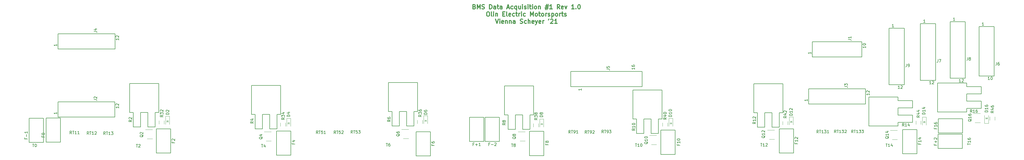
<source format=gbr>
G04 #@! TF.GenerationSoftware,KiCad,Pcbnew,5.0.2-bee76a0~70~ubuntu16.04.1*
G04 #@! TF.CreationDate,2019-11-05T16:02:31-05:00*
G04 #@! TF.ProjectId,DA_Board_1,44415f42-6f61-4726-945f-312e6b696361,rev?*
G04 #@! TF.SameCoordinates,Original*
G04 #@! TF.FileFunction,Legend,Top*
G04 #@! TF.FilePolarity,Positive*
%FSLAX46Y46*%
G04 Gerber Fmt 4.6, Leading zero omitted, Abs format (unit mm)*
G04 Created by KiCad (PCBNEW 5.0.2-bee76a0~70~ubuntu16.04.1) date Tue 05 Nov 2019 04:02:31 PM EST*
%MOMM*%
%LPD*%
G01*
G04 APERTURE LIST*
%ADD10C,0.300000*%
%ADD11C,0.150000*%
%ADD12C,0.120000*%
%ADD13C,0.100000*%
G04 APERTURE END LIST*
D10*
X193251028Y-128254457D02*
X193465314Y-128325885D01*
X193536742Y-128397314D01*
X193608171Y-128540171D01*
X193608171Y-128754457D01*
X193536742Y-128897314D01*
X193465314Y-128968742D01*
X193322457Y-129040171D01*
X192751028Y-129040171D01*
X192751028Y-127540171D01*
X193251028Y-127540171D01*
X193393885Y-127611600D01*
X193465314Y-127683028D01*
X193536742Y-127825885D01*
X193536742Y-127968742D01*
X193465314Y-128111600D01*
X193393885Y-128183028D01*
X193251028Y-128254457D01*
X192751028Y-128254457D01*
X194251028Y-129040171D02*
X194251028Y-127540171D01*
X194751028Y-128611600D01*
X195251028Y-127540171D01*
X195251028Y-129040171D01*
X195893885Y-128968742D02*
X196108171Y-129040171D01*
X196465314Y-129040171D01*
X196608171Y-128968742D01*
X196679600Y-128897314D01*
X196751028Y-128754457D01*
X196751028Y-128611600D01*
X196679600Y-128468742D01*
X196608171Y-128397314D01*
X196465314Y-128325885D01*
X196179600Y-128254457D01*
X196036742Y-128183028D01*
X195965314Y-128111600D01*
X195893885Y-127968742D01*
X195893885Y-127825885D01*
X195965314Y-127683028D01*
X196036742Y-127611600D01*
X196179600Y-127540171D01*
X196536742Y-127540171D01*
X196751028Y-127611600D01*
X198536742Y-129040171D02*
X198536742Y-127540171D01*
X198893885Y-127540171D01*
X199108171Y-127611600D01*
X199251028Y-127754457D01*
X199322457Y-127897314D01*
X199393885Y-128183028D01*
X199393885Y-128397314D01*
X199322457Y-128683028D01*
X199251028Y-128825885D01*
X199108171Y-128968742D01*
X198893885Y-129040171D01*
X198536742Y-129040171D01*
X200679600Y-129040171D02*
X200679600Y-128254457D01*
X200608171Y-128111600D01*
X200465314Y-128040171D01*
X200179600Y-128040171D01*
X200036742Y-128111600D01*
X200679600Y-128968742D02*
X200536742Y-129040171D01*
X200179600Y-129040171D01*
X200036742Y-128968742D01*
X199965314Y-128825885D01*
X199965314Y-128683028D01*
X200036742Y-128540171D01*
X200179600Y-128468742D01*
X200536742Y-128468742D01*
X200679600Y-128397314D01*
X201179600Y-128040171D02*
X201751028Y-128040171D01*
X201393885Y-127540171D02*
X201393885Y-128825885D01*
X201465314Y-128968742D01*
X201608171Y-129040171D01*
X201751028Y-129040171D01*
X202893885Y-129040171D02*
X202893885Y-128254457D01*
X202822457Y-128111600D01*
X202679600Y-128040171D01*
X202393885Y-128040171D01*
X202251028Y-128111600D01*
X202893885Y-128968742D02*
X202751028Y-129040171D01*
X202393885Y-129040171D01*
X202251028Y-128968742D01*
X202179600Y-128825885D01*
X202179600Y-128683028D01*
X202251028Y-128540171D01*
X202393885Y-128468742D01*
X202751028Y-128468742D01*
X202893885Y-128397314D01*
X204679599Y-128611600D02*
X205393885Y-128611600D01*
X204536742Y-129040171D02*
X205036742Y-127540171D01*
X205536742Y-129040171D01*
X206679599Y-128968742D02*
X206536742Y-129040171D01*
X206251028Y-129040171D01*
X206108171Y-128968742D01*
X206036742Y-128897314D01*
X205965314Y-128754457D01*
X205965314Y-128325885D01*
X206036742Y-128183028D01*
X206108171Y-128111600D01*
X206251028Y-128040171D01*
X206536742Y-128040171D01*
X206679599Y-128111600D01*
X207965314Y-128040171D02*
X207965314Y-129540171D01*
X207965314Y-128968742D02*
X207822457Y-129040171D01*
X207536742Y-129040171D01*
X207393885Y-128968742D01*
X207322457Y-128897314D01*
X207251028Y-128754457D01*
X207251028Y-128325885D01*
X207322457Y-128183028D01*
X207393885Y-128111600D01*
X207536742Y-128040171D01*
X207822457Y-128040171D01*
X207965314Y-128111600D01*
X209322457Y-128040171D02*
X209322457Y-129040171D01*
X208679599Y-128040171D02*
X208679599Y-128825885D01*
X208751028Y-128968742D01*
X208893885Y-129040171D01*
X209108171Y-129040171D01*
X209251028Y-128968742D01*
X209322457Y-128897314D01*
X210036742Y-129040171D02*
X210036742Y-128040171D01*
X210036742Y-127540171D02*
X209965314Y-127611600D01*
X210036742Y-127683028D01*
X210108171Y-127611600D01*
X210036742Y-127540171D01*
X210036742Y-127683028D01*
X210679599Y-128968742D02*
X210822457Y-129040171D01*
X211108171Y-129040171D01*
X211251028Y-128968742D01*
X211322457Y-128825885D01*
X211322457Y-128754457D01*
X211251028Y-128611600D01*
X211108171Y-128540171D01*
X210893885Y-128540171D01*
X210751028Y-128468742D01*
X210679599Y-128325885D01*
X210679599Y-128254457D01*
X210751028Y-128111600D01*
X210893885Y-128040171D01*
X211108171Y-128040171D01*
X211251028Y-128111600D01*
X211965314Y-129040171D02*
X211965314Y-128040171D01*
X211965314Y-127540171D02*
X211893885Y-127611600D01*
X211965314Y-127683028D01*
X212036742Y-127611600D01*
X211965314Y-127540171D01*
X211965314Y-127683028D01*
X212465314Y-128040171D02*
X213036742Y-128040171D01*
X212679599Y-127540171D02*
X212679599Y-128825885D01*
X212751028Y-128968742D01*
X212893885Y-129040171D01*
X213036742Y-129040171D01*
X213536742Y-129040171D02*
X213536742Y-128040171D01*
X213536742Y-127540171D02*
X213465314Y-127611600D01*
X213536742Y-127683028D01*
X213608171Y-127611600D01*
X213536742Y-127540171D01*
X213536742Y-127683028D01*
X214465314Y-129040171D02*
X214322457Y-128968742D01*
X214251028Y-128897314D01*
X214179599Y-128754457D01*
X214179599Y-128325885D01*
X214251028Y-128183028D01*
X214322457Y-128111600D01*
X214465314Y-128040171D01*
X214679599Y-128040171D01*
X214822457Y-128111600D01*
X214893885Y-128183028D01*
X214965314Y-128325885D01*
X214965314Y-128754457D01*
X214893885Y-128897314D01*
X214822457Y-128968742D01*
X214679599Y-129040171D01*
X214465314Y-129040171D01*
X215608171Y-128040171D02*
X215608171Y-129040171D01*
X215608171Y-128183028D02*
X215679599Y-128111600D01*
X215822457Y-128040171D01*
X216036742Y-128040171D01*
X216179599Y-128111600D01*
X216251028Y-128254457D01*
X216251028Y-129040171D01*
X218036742Y-128040171D02*
X219108171Y-128040171D01*
X218465314Y-127397314D02*
X218036742Y-129325885D01*
X218965314Y-128683028D02*
X217893885Y-128683028D01*
X218536742Y-129325885D02*
X218965314Y-127397314D01*
X220393885Y-129040171D02*
X219536742Y-129040171D01*
X219965314Y-129040171D02*
X219965314Y-127540171D01*
X219822457Y-127754457D01*
X219679599Y-127897314D01*
X219536742Y-127968742D01*
X223036742Y-129040171D02*
X222536742Y-128325885D01*
X222179599Y-129040171D02*
X222179599Y-127540171D01*
X222751028Y-127540171D01*
X222893885Y-127611600D01*
X222965314Y-127683028D01*
X223036742Y-127825885D01*
X223036742Y-128040171D01*
X222965314Y-128183028D01*
X222893885Y-128254457D01*
X222751028Y-128325885D01*
X222179599Y-128325885D01*
X224251028Y-128968742D02*
X224108171Y-129040171D01*
X223822457Y-129040171D01*
X223679599Y-128968742D01*
X223608171Y-128825885D01*
X223608171Y-128254457D01*
X223679599Y-128111600D01*
X223822457Y-128040171D01*
X224108171Y-128040171D01*
X224251028Y-128111600D01*
X224322457Y-128254457D01*
X224322457Y-128397314D01*
X223608171Y-128540171D01*
X224822457Y-128040171D02*
X225179599Y-129040171D01*
X225536742Y-128040171D01*
X228036742Y-129040171D02*
X227179599Y-129040171D01*
X227608171Y-129040171D02*
X227608171Y-127540171D01*
X227465314Y-127754457D01*
X227322457Y-127897314D01*
X227179599Y-127968742D01*
X228679599Y-128897314D02*
X228751028Y-128968742D01*
X228679599Y-129040171D01*
X228608171Y-128968742D01*
X228679599Y-128897314D01*
X228679599Y-129040171D01*
X229679599Y-127540171D02*
X229822457Y-127540171D01*
X229965314Y-127611600D01*
X230036742Y-127683028D01*
X230108171Y-127825885D01*
X230179599Y-128111600D01*
X230179599Y-128468742D01*
X230108171Y-128754457D01*
X230036742Y-128897314D01*
X229965314Y-128968742D01*
X229822457Y-129040171D01*
X229679599Y-129040171D01*
X229536742Y-128968742D01*
X229465314Y-128897314D01*
X229393885Y-128754457D01*
X229322457Y-128468742D01*
X229322457Y-128111600D01*
X229393885Y-127825885D01*
X229465314Y-127683028D01*
X229536742Y-127611600D01*
X229679599Y-127540171D01*
X197893885Y-130090171D02*
X198179600Y-130090171D01*
X198322457Y-130161600D01*
X198465314Y-130304457D01*
X198536742Y-130590171D01*
X198536742Y-131090171D01*
X198465314Y-131375885D01*
X198322457Y-131518742D01*
X198179600Y-131590171D01*
X197893885Y-131590171D01*
X197751028Y-131518742D01*
X197608171Y-131375885D01*
X197536742Y-131090171D01*
X197536742Y-130590171D01*
X197608171Y-130304457D01*
X197751028Y-130161600D01*
X197893885Y-130090171D01*
X199393885Y-131590171D02*
X199251028Y-131518742D01*
X199179600Y-131375885D01*
X199179600Y-130090171D01*
X199965314Y-131590171D02*
X199965314Y-130590171D01*
X199965314Y-130090171D02*
X199893885Y-130161600D01*
X199965314Y-130233028D01*
X200036742Y-130161600D01*
X199965314Y-130090171D01*
X199965314Y-130233028D01*
X200679600Y-130590171D02*
X200679600Y-131590171D01*
X200679600Y-130733028D02*
X200751028Y-130661600D01*
X200893885Y-130590171D01*
X201108171Y-130590171D01*
X201251028Y-130661600D01*
X201322457Y-130804457D01*
X201322457Y-131590171D01*
X203179600Y-130804457D02*
X203679600Y-130804457D01*
X203893885Y-131590171D02*
X203179600Y-131590171D01*
X203179600Y-130090171D01*
X203893885Y-130090171D01*
X204751028Y-131590171D02*
X204608171Y-131518742D01*
X204536742Y-131375885D01*
X204536742Y-130090171D01*
X205893885Y-131518742D02*
X205751028Y-131590171D01*
X205465314Y-131590171D01*
X205322457Y-131518742D01*
X205251028Y-131375885D01*
X205251028Y-130804457D01*
X205322457Y-130661600D01*
X205465314Y-130590171D01*
X205751028Y-130590171D01*
X205893885Y-130661600D01*
X205965314Y-130804457D01*
X205965314Y-130947314D01*
X205251028Y-131090171D01*
X207251028Y-131518742D02*
X207108171Y-131590171D01*
X206822457Y-131590171D01*
X206679600Y-131518742D01*
X206608171Y-131447314D01*
X206536742Y-131304457D01*
X206536742Y-130875885D01*
X206608171Y-130733028D01*
X206679600Y-130661600D01*
X206822457Y-130590171D01*
X207108171Y-130590171D01*
X207251028Y-130661600D01*
X207679600Y-130590171D02*
X208251028Y-130590171D01*
X207893885Y-130090171D02*
X207893885Y-131375885D01*
X207965314Y-131518742D01*
X208108171Y-131590171D01*
X208251028Y-131590171D01*
X208751028Y-131590171D02*
X208751028Y-130590171D01*
X208751028Y-130875885D02*
X208822457Y-130733028D01*
X208893885Y-130661600D01*
X209036742Y-130590171D01*
X209179600Y-130590171D01*
X209679600Y-131590171D02*
X209679600Y-130590171D01*
X209679600Y-130090171D02*
X209608171Y-130161600D01*
X209679600Y-130233028D01*
X209751028Y-130161600D01*
X209679600Y-130090171D01*
X209679600Y-130233028D01*
X211036742Y-131518742D02*
X210893885Y-131590171D01*
X210608171Y-131590171D01*
X210465314Y-131518742D01*
X210393885Y-131447314D01*
X210322457Y-131304457D01*
X210322457Y-130875885D01*
X210393885Y-130733028D01*
X210465314Y-130661600D01*
X210608171Y-130590171D01*
X210893885Y-130590171D01*
X211036742Y-130661600D01*
X212822457Y-131590171D02*
X212822457Y-130090171D01*
X213322457Y-131161600D01*
X213822457Y-130090171D01*
X213822457Y-131590171D01*
X214751028Y-131590171D02*
X214608171Y-131518742D01*
X214536742Y-131447314D01*
X214465314Y-131304457D01*
X214465314Y-130875885D01*
X214536742Y-130733028D01*
X214608171Y-130661600D01*
X214751028Y-130590171D01*
X214965314Y-130590171D01*
X215108171Y-130661600D01*
X215179600Y-130733028D01*
X215251028Y-130875885D01*
X215251028Y-131304457D01*
X215179600Y-131447314D01*
X215108171Y-131518742D01*
X214965314Y-131590171D01*
X214751028Y-131590171D01*
X215679600Y-130590171D02*
X216251028Y-130590171D01*
X215893885Y-130090171D02*
X215893885Y-131375885D01*
X215965314Y-131518742D01*
X216108171Y-131590171D01*
X216251028Y-131590171D01*
X216965314Y-131590171D02*
X216822457Y-131518742D01*
X216751028Y-131447314D01*
X216679600Y-131304457D01*
X216679600Y-130875885D01*
X216751028Y-130733028D01*
X216822457Y-130661600D01*
X216965314Y-130590171D01*
X217179600Y-130590171D01*
X217322457Y-130661600D01*
X217393885Y-130733028D01*
X217465314Y-130875885D01*
X217465314Y-131304457D01*
X217393885Y-131447314D01*
X217322457Y-131518742D01*
X217179600Y-131590171D01*
X216965314Y-131590171D01*
X218108171Y-131590171D02*
X218108171Y-130590171D01*
X218108171Y-130875885D02*
X218179600Y-130733028D01*
X218251028Y-130661600D01*
X218393885Y-130590171D01*
X218536742Y-130590171D01*
X218965314Y-131518742D02*
X219108171Y-131590171D01*
X219393885Y-131590171D01*
X219536742Y-131518742D01*
X219608171Y-131375885D01*
X219608171Y-131304457D01*
X219536742Y-131161600D01*
X219393885Y-131090171D01*
X219179600Y-131090171D01*
X219036742Y-131018742D01*
X218965314Y-130875885D01*
X218965314Y-130804457D01*
X219036742Y-130661600D01*
X219179600Y-130590171D01*
X219393885Y-130590171D01*
X219536742Y-130661600D01*
X220251028Y-130590171D02*
X220251028Y-132090171D01*
X220251028Y-130661600D02*
X220393885Y-130590171D01*
X220679600Y-130590171D01*
X220822457Y-130661600D01*
X220893885Y-130733028D01*
X220965314Y-130875885D01*
X220965314Y-131304457D01*
X220893885Y-131447314D01*
X220822457Y-131518742D01*
X220679600Y-131590171D01*
X220393885Y-131590171D01*
X220251028Y-131518742D01*
X221822457Y-131590171D02*
X221679600Y-131518742D01*
X221608171Y-131447314D01*
X221536742Y-131304457D01*
X221536742Y-130875885D01*
X221608171Y-130733028D01*
X221679600Y-130661600D01*
X221822457Y-130590171D01*
X222036742Y-130590171D01*
X222179600Y-130661600D01*
X222251028Y-130733028D01*
X222322457Y-130875885D01*
X222322457Y-131304457D01*
X222251028Y-131447314D01*
X222179600Y-131518742D01*
X222036742Y-131590171D01*
X221822457Y-131590171D01*
X222965314Y-131590171D02*
X222965314Y-130590171D01*
X222965314Y-130875885D02*
X223036742Y-130733028D01*
X223108171Y-130661600D01*
X223251028Y-130590171D01*
X223393885Y-130590171D01*
X223679600Y-130590171D02*
X224251028Y-130590171D01*
X223893885Y-130090171D02*
X223893885Y-131375885D01*
X223965314Y-131518742D01*
X224108171Y-131590171D01*
X224251028Y-131590171D01*
X224679600Y-131518742D02*
X224822457Y-131590171D01*
X225108171Y-131590171D01*
X225251028Y-131518742D01*
X225322457Y-131375885D01*
X225322457Y-131304457D01*
X225251028Y-131161600D01*
X225108171Y-131090171D01*
X224893885Y-131090171D01*
X224751028Y-131018742D01*
X224679600Y-130875885D01*
X224679600Y-130804457D01*
X224751028Y-130661600D01*
X224893885Y-130590171D01*
X225108171Y-130590171D01*
X225251028Y-130661600D01*
X200608171Y-132640171D02*
X201108171Y-134140171D01*
X201608171Y-132640171D01*
X202108171Y-134140171D02*
X202108171Y-133140171D01*
X202108171Y-132640171D02*
X202036742Y-132711600D01*
X202108171Y-132783028D01*
X202179600Y-132711600D01*
X202108171Y-132640171D01*
X202108171Y-132783028D01*
X203393885Y-134068742D02*
X203251028Y-134140171D01*
X202965314Y-134140171D01*
X202822457Y-134068742D01*
X202751028Y-133925885D01*
X202751028Y-133354457D01*
X202822457Y-133211600D01*
X202965314Y-133140171D01*
X203251028Y-133140171D01*
X203393885Y-133211600D01*
X203465314Y-133354457D01*
X203465314Y-133497314D01*
X202751028Y-133640171D01*
X204108171Y-133140171D02*
X204108171Y-134140171D01*
X204108171Y-133283028D02*
X204179600Y-133211600D01*
X204322457Y-133140171D01*
X204536742Y-133140171D01*
X204679600Y-133211600D01*
X204751028Y-133354457D01*
X204751028Y-134140171D01*
X205465314Y-133140171D02*
X205465314Y-134140171D01*
X205465314Y-133283028D02*
X205536742Y-133211600D01*
X205679600Y-133140171D01*
X205893885Y-133140171D01*
X206036742Y-133211600D01*
X206108171Y-133354457D01*
X206108171Y-134140171D01*
X207465314Y-134140171D02*
X207465314Y-133354457D01*
X207393885Y-133211600D01*
X207251028Y-133140171D01*
X206965314Y-133140171D01*
X206822457Y-133211600D01*
X207465314Y-134068742D02*
X207322457Y-134140171D01*
X206965314Y-134140171D01*
X206822457Y-134068742D01*
X206751028Y-133925885D01*
X206751028Y-133783028D01*
X206822457Y-133640171D01*
X206965314Y-133568742D01*
X207322457Y-133568742D01*
X207465314Y-133497314D01*
X209251028Y-134068742D02*
X209465314Y-134140171D01*
X209822457Y-134140171D01*
X209965314Y-134068742D01*
X210036742Y-133997314D01*
X210108171Y-133854457D01*
X210108171Y-133711600D01*
X210036742Y-133568742D01*
X209965314Y-133497314D01*
X209822457Y-133425885D01*
X209536742Y-133354457D01*
X209393885Y-133283028D01*
X209322457Y-133211600D01*
X209251028Y-133068742D01*
X209251028Y-132925885D01*
X209322457Y-132783028D01*
X209393885Y-132711600D01*
X209536742Y-132640171D01*
X209893885Y-132640171D01*
X210108171Y-132711600D01*
X211393885Y-134068742D02*
X211251028Y-134140171D01*
X210965314Y-134140171D01*
X210822457Y-134068742D01*
X210751028Y-133997314D01*
X210679600Y-133854457D01*
X210679600Y-133425885D01*
X210751028Y-133283028D01*
X210822457Y-133211600D01*
X210965314Y-133140171D01*
X211251028Y-133140171D01*
X211393885Y-133211600D01*
X212036742Y-134140171D02*
X212036742Y-132640171D01*
X212679600Y-134140171D02*
X212679600Y-133354457D01*
X212608171Y-133211600D01*
X212465314Y-133140171D01*
X212251028Y-133140171D01*
X212108171Y-133211600D01*
X212036742Y-133283028D01*
X213965314Y-134068742D02*
X213822457Y-134140171D01*
X213536742Y-134140171D01*
X213393885Y-134068742D01*
X213322457Y-133925885D01*
X213322457Y-133354457D01*
X213393885Y-133211600D01*
X213536742Y-133140171D01*
X213822457Y-133140171D01*
X213965314Y-133211600D01*
X214036742Y-133354457D01*
X214036742Y-133497314D01*
X213322457Y-133640171D01*
X214536742Y-133140171D02*
X214893885Y-134140171D01*
X215251028Y-133140171D02*
X214893885Y-134140171D01*
X214751028Y-134497314D01*
X214679600Y-134568742D01*
X214536742Y-134640171D01*
X216393885Y-134068742D02*
X216251028Y-134140171D01*
X215965314Y-134140171D01*
X215822457Y-134068742D01*
X215751028Y-133925885D01*
X215751028Y-133354457D01*
X215822457Y-133211600D01*
X215965314Y-133140171D01*
X216251028Y-133140171D01*
X216393885Y-133211600D01*
X216465314Y-133354457D01*
X216465314Y-133497314D01*
X215751028Y-133640171D01*
X217108171Y-134140171D02*
X217108171Y-133140171D01*
X217108171Y-133425885D02*
X217179600Y-133283028D01*
X217251028Y-133211600D01*
X217393885Y-133140171D01*
X217536742Y-133140171D01*
X219251028Y-132640171D02*
X219108171Y-132925885D01*
X219822457Y-132783028D02*
X219893885Y-132711600D01*
X220036742Y-132640171D01*
X220393885Y-132640171D01*
X220536742Y-132711600D01*
X220608171Y-132783028D01*
X220679600Y-132925885D01*
X220679600Y-133068742D01*
X220608171Y-133283028D01*
X219751028Y-134140171D01*
X220679600Y-134140171D01*
X222108171Y-134140171D02*
X221251028Y-134140171D01*
X221679600Y-134140171D02*
X221679600Y-132640171D01*
X221536742Y-132854457D01*
X221393885Y-132997314D01*
X221251028Y-133068742D01*
D11*
G04 #@! TO.C,J9*
X337875100Y-155644800D02*
X343175100Y-155644800D01*
X337875100Y-135794800D02*
X343175100Y-135794800D01*
X337875100Y-155644800D02*
X337875100Y-135794800D01*
X343175100Y-155644800D02*
X343175100Y-135794800D01*
D12*
G04 #@! TO.C,R32*
X85068300Y-168271900D02*
X85068300Y-169471900D01*
X83308300Y-169471900D02*
X83308300Y-168271900D01*
D11*
G04 #@! TO.C,F2*
X87361400Y-179617500D02*
X82361400Y-179617500D01*
X87361400Y-171117500D02*
X87361400Y-179617500D01*
X82361400Y-171117500D02*
X87361400Y-171117500D01*
X82361400Y-179617500D02*
X82361400Y-171117500D01*
D13*
G04 #@! TO.C,D2*
X85870300Y-168278200D02*
X86220300Y-168278200D01*
X86220300Y-168278200D02*
X86570300Y-168278200D01*
X85870300Y-168628200D02*
X86220300Y-168278200D01*
X85920300Y-168628200D02*
X85870300Y-168628200D01*
X85870300Y-168628200D02*
X85920300Y-168628200D01*
X86570300Y-168628200D02*
X85920300Y-168628200D01*
X86520300Y-168578200D02*
X86570300Y-168628200D01*
X86220300Y-168278200D02*
X86520300Y-168578200D01*
D12*
X86920300Y-166678200D02*
X85520300Y-166678200D01*
X85520300Y-166678200D02*
X85520300Y-169478200D01*
X86920300Y-166678200D02*
X86920300Y-169478200D01*
G04 #@! TO.C,Q2*
X79148100Y-174634800D02*
X80948100Y-174634800D01*
X80948100Y-171414800D02*
X78498100Y-171414800D01*
D11*
G04 #@! TO.C,R2*
X76873100Y-165366700D02*
X76873100Y-170446700D01*
X79413100Y-165366700D02*
X76873100Y-165366700D01*
X79413100Y-170446700D02*
X79413100Y-165366700D01*
X81953100Y-170446700D02*
X79413100Y-170446700D01*
X81953100Y-165366700D02*
X81953100Y-170446700D01*
X83223100Y-165366700D02*
X81953100Y-165366700D01*
X83223100Y-155206700D02*
X83223100Y-165366700D01*
X73063100Y-155206700D02*
X83223100Y-155206700D01*
X73063100Y-165366700D02*
X73063100Y-155206700D01*
X74333100Y-165366700D02*
X73063100Y-165366700D01*
X74333100Y-170446700D02*
X74333100Y-165366700D01*
X76873100Y-170446700D02*
X74333100Y-170446700D01*
G04 #@! TO.C,F4*
X124271400Y-180379500D02*
X124271400Y-171879500D01*
X124271400Y-171879500D02*
X129271400Y-171879500D01*
X129271400Y-171879500D02*
X129271400Y-180379500D01*
X129271400Y-180379500D02*
X124271400Y-180379500D01*
G04 #@! TO.C,F6*
X172887000Y-180633500D02*
X172887000Y-172133500D01*
X172887000Y-172133500D02*
X177887000Y-172133500D01*
X177887000Y-172133500D02*
X177887000Y-180633500D01*
X177887000Y-180633500D02*
X172887000Y-180633500D01*
G04 #@! TO.C,F8*
X217498300Y-180493800D02*
X212498300Y-180493800D01*
X217498300Y-171993800D02*
X217498300Y-180493800D01*
X212498300Y-171993800D02*
X217498300Y-171993800D01*
X212498300Y-180493800D02*
X212498300Y-171993800D01*
G04 #@! TO.C,F10*
X258281800Y-180087400D02*
X258281800Y-171587400D01*
X258281800Y-171587400D02*
X263281800Y-171587400D01*
X263281800Y-171587400D02*
X263281800Y-180087400D01*
X263281800Y-180087400D02*
X258281800Y-180087400D01*
G04 #@! TO.C,F12*
X304594900Y-179630200D02*
X299594900Y-179630200D01*
X304594900Y-171130200D02*
X304594900Y-179630200D01*
X299594900Y-171130200D02*
X304594900Y-171130200D01*
X299594900Y-179630200D02*
X299594900Y-171130200D01*
G04 #@! TO.C,F14*
X342597100Y-179884200D02*
X342597100Y-171384200D01*
X342597100Y-171384200D02*
X347597100Y-171384200D01*
X347597100Y-171384200D02*
X347597100Y-179884200D01*
X347597100Y-179884200D02*
X342597100Y-179884200D01*
G04 #@! TO.C,F16*
X363513500Y-172603800D02*
X355013500Y-172603800D01*
X355013500Y-172603800D02*
X355013500Y-167603800D01*
X355013500Y-167603800D02*
X363513500Y-167603800D01*
X363513500Y-167603800D02*
X363513500Y-172603800D01*
G04 #@! TO.C,F+1*
X191556000Y-175540800D02*
X191556000Y-167040800D01*
X191556000Y-167040800D02*
X196556000Y-167040800D01*
X196556000Y-167040800D02*
X196556000Y-175540800D01*
X196556000Y-175540800D02*
X191556000Y-175540800D01*
G04 #@! TO.C,F-1*
X42936800Y-175883700D02*
X37936800Y-175883700D01*
X42936800Y-167383700D02*
X42936800Y-175883700D01*
X37936800Y-167383700D02*
X42936800Y-167383700D01*
X37936800Y-175883700D02*
X37936800Y-167383700D01*
G04 #@! TO.C,J3*
X329660200Y-162390600D02*
X329660200Y-157090600D01*
X309810200Y-162390600D02*
X309810200Y-157090600D01*
X329660200Y-162390600D02*
X309810200Y-162390600D01*
X329660200Y-157090600D02*
X309810200Y-157090600D01*
D13*
G04 #@! TO.C,D4*
X128135900Y-168964000D02*
X128485900Y-168964000D01*
X128485900Y-168964000D02*
X128835900Y-168964000D01*
X128135900Y-169314000D02*
X128485900Y-168964000D01*
X128185900Y-169314000D02*
X128135900Y-169314000D01*
X128135900Y-169314000D02*
X128185900Y-169314000D01*
X128835900Y-169314000D02*
X128185900Y-169314000D01*
X128785900Y-169264000D02*
X128835900Y-169314000D01*
X128485900Y-168964000D02*
X128785900Y-169264000D01*
D12*
X129185900Y-167364000D02*
X127785900Y-167364000D01*
X127785900Y-167364000D02*
X127785900Y-170164000D01*
X129185900Y-167364000D02*
X129185900Y-170164000D01*
D13*
G04 #@! TO.C,D6*
X175875200Y-168075000D02*
X176225200Y-168075000D01*
X176225200Y-168075000D02*
X176575200Y-168075000D01*
X175875200Y-168425000D02*
X176225200Y-168075000D01*
X175925200Y-168425000D02*
X175875200Y-168425000D01*
X175875200Y-168425000D02*
X175925200Y-168425000D01*
X176575200Y-168425000D02*
X175925200Y-168425000D01*
X176525200Y-168375000D02*
X176575200Y-168425000D01*
X176225200Y-168075000D02*
X176525200Y-168375000D01*
D12*
X176925200Y-166475000D02*
X175525200Y-166475000D01*
X175525200Y-166475000D02*
X175525200Y-169275000D01*
X176925200Y-166475000D02*
X176925200Y-169275000D01*
D13*
G04 #@! TO.C,D8*
X216350100Y-169256100D02*
X216700100Y-169256100D01*
X216700100Y-169256100D02*
X217050100Y-169256100D01*
X216350100Y-169606100D02*
X216700100Y-169256100D01*
X216400100Y-169606100D02*
X216350100Y-169606100D01*
X216350100Y-169606100D02*
X216400100Y-169606100D01*
X217050100Y-169606100D02*
X216400100Y-169606100D01*
X217000100Y-169556100D02*
X217050100Y-169606100D01*
X216700100Y-169256100D02*
X217000100Y-169556100D01*
D12*
X217400100Y-167656100D02*
X216000100Y-167656100D01*
X216000100Y-167656100D02*
X216000100Y-170456100D01*
X217400100Y-167656100D02*
X217400100Y-170456100D01*
D13*
G04 #@! TO.C,D10*
X261409700Y-168976700D02*
X261759700Y-168976700D01*
X261759700Y-168976700D02*
X262109700Y-168976700D01*
X261409700Y-169326700D02*
X261759700Y-168976700D01*
X261459700Y-169326700D02*
X261409700Y-169326700D01*
X261409700Y-169326700D02*
X261459700Y-169326700D01*
X262109700Y-169326700D02*
X261459700Y-169326700D01*
X262059700Y-169276700D02*
X262109700Y-169326700D01*
X261759700Y-168976700D02*
X262059700Y-169276700D01*
D12*
X262459700Y-167376700D02*
X261059700Y-167376700D01*
X261059700Y-167376700D02*
X261059700Y-170176700D01*
X262459700Y-167376700D02*
X262459700Y-170176700D01*
G04 #@! TO.C,D12*
X304420500Y-166856000D02*
X304420500Y-169656000D01*
X303020500Y-166856000D02*
X303020500Y-169656000D01*
X304420500Y-166856000D02*
X303020500Y-166856000D01*
D13*
X303720500Y-168456000D02*
X304020500Y-168756000D01*
X304020500Y-168756000D02*
X304070500Y-168806000D01*
X304070500Y-168806000D02*
X303420500Y-168806000D01*
X303370500Y-168806000D02*
X303420500Y-168806000D01*
X303420500Y-168806000D02*
X303370500Y-168806000D01*
X303370500Y-168806000D02*
X303720500Y-168456000D01*
X303720500Y-168456000D02*
X304070500Y-168456000D01*
X303370500Y-168456000D02*
X303720500Y-168456000D01*
D12*
G04 #@! TO.C,D14*
X350826300Y-166937100D02*
X350826300Y-169737100D01*
X349426300Y-166937100D02*
X349426300Y-169737100D01*
X350826300Y-166937100D02*
X349426300Y-166937100D01*
D13*
X350126300Y-168537100D02*
X350426300Y-168837100D01*
X350426300Y-168837100D02*
X350476300Y-168887100D01*
X350476300Y-168887100D02*
X349826300Y-168887100D01*
X349776300Y-168887100D02*
X349826300Y-168887100D01*
X349826300Y-168887100D02*
X349776300Y-168887100D01*
X349776300Y-168887100D02*
X350126300Y-168537100D01*
X350126300Y-168537100D02*
X350476300Y-168537100D01*
X349776300Y-168537100D02*
X350126300Y-168537100D01*
D12*
G04 #@! TO.C,D16*
X371143300Y-169198700D02*
X371143300Y-166398700D01*
X372543300Y-169198700D02*
X372543300Y-166398700D01*
X371143300Y-169198700D02*
X372543300Y-169198700D01*
D13*
X371843300Y-167598700D02*
X371543300Y-167298700D01*
X371543300Y-167298700D02*
X371493300Y-167248700D01*
X371493300Y-167248700D02*
X372143300Y-167248700D01*
X372193300Y-167248700D02*
X372143300Y-167248700D01*
X372143300Y-167248700D02*
X372193300Y-167248700D01*
X372193300Y-167248700D02*
X371843300Y-167598700D01*
X371843300Y-167598700D02*
X371493300Y-167598700D01*
X372193300Y-167598700D02*
X371843300Y-167598700D01*
D11*
G04 #@! TO.C,F0*
X43931200Y-175820200D02*
X43931200Y-167320200D01*
X43931200Y-167320200D02*
X48931200Y-167320200D01*
X48931200Y-167320200D02*
X48931200Y-175820200D01*
X48931200Y-175820200D02*
X43931200Y-175820200D01*
G04 #@! TO.C,F+2*
X363450000Y-172988600D02*
X363450000Y-177988600D01*
X354950000Y-172988600D02*
X363450000Y-172988600D01*
X354950000Y-177988600D02*
X354950000Y-172988600D01*
X363450000Y-177988600D02*
X354950000Y-177988600D01*
G04 #@! TO.C,F-2*
X196978900Y-175528100D02*
X196978900Y-167028100D01*
X196978900Y-167028100D02*
X201978900Y-167028100D01*
X201978900Y-167028100D02*
X201978900Y-175528100D01*
X201978900Y-175528100D02*
X196978900Y-175528100D01*
G04 #@! TO.C,J5*
X251783800Y-156294600D02*
X251783800Y-150994600D01*
X226853800Y-156294600D02*
X226853800Y-150994600D01*
X251783800Y-156294600D02*
X226853800Y-156294600D01*
X251783800Y-150994600D02*
X226853800Y-150994600D01*
D12*
G04 #@! TO.C,Q4*
X120588200Y-175396800D02*
X122388200Y-175396800D01*
X122388200Y-172176800D02*
X119938200Y-172176800D01*
G04 #@! TO.C,Q6*
X170267200Y-171275100D02*
X167817200Y-171275100D01*
X168467200Y-174495100D02*
X170267200Y-174495100D01*
G04 #@! TO.C,Q8*
X210932600Y-172151400D02*
X208482600Y-172151400D01*
X209132600Y-175371400D02*
X210932600Y-175371400D01*
G04 #@! TO.C,Q10*
X256779600Y-173446800D02*
X254329600Y-173446800D01*
X254979600Y-176666800D02*
X256779600Y-176666800D01*
G04 #@! TO.C,Q12*
X296102200Y-174761800D02*
X297902200Y-174761800D01*
X297902200Y-171541800D02*
X295452200Y-171541800D01*
G04 #@! TO.C,Q14*
X338964700Y-174850700D02*
X340764700Y-174850700D01*
X340764700Y-171630700D02*
X338314700Y-171630700D01*
G04 #@! TO.C,Q16*
X367869900Y-168907100D02*
X369669900Y-168907100D01*
X369669900Y-165687100D02*
X367219900Y-165687100D01*
D11*
G04 #@! TO.C,R4*
X119341900Y-171094400D02*
X116801900Y-171094400D01*
X116801900Y-171094400D02*
X116801900Y-166014400D01*
X116801900Y-166014400D02*
X115531900Y-166014400D01*
X115531900Y-166014400D02*
X115531900Y-155854400D01*
X115531900Y-155854400D02*
X125691900Y-155854400D01*
X125691900Y-155854400D02*
X125691900Y-166014400D01*
X125691900Y-166014400D02*
X124421900Y-166014400D01*
X124421900Y-166014400D02*
X124421900Y-171094400D01*
X124421900Y-171094400D02*
X121881900Y-171094400D01*
X121881900Y-171094400D02*
X121881900Y-166014400D01*
X121881900Y-166014400D02*
X119341900Y-166014400D01*
X119341900Y-166014400D02*
X119341900Y-171094400D01*
G04 #@! TO.C,R6*
X167081200Y-164998400D02*
X167081200Y-170078400D01*
X169621200Y-164998400D02*
X167081200Y-164998400D01*
X169621200Y-170078400D02*
X169621200Y-164998400D01*
X172161200Y-170078400D02*
X169621200Y-170078400D01*
X172161200Y-164998400D02*
X172161200Y-170078400D01*
X173431200Y-164998400D02*
X172161200Y-164998400D01*
X173431200Y-154838400D02*
X173431200Y-164998400D01*
X163271200Y-154838400D02*
X173431200Y-154838400D01*
X163271200Y-164998400D02*
X163271200Y-154838400D01*
X164541200Y-164998400D02*
X163271200Y-164998400D01*
X164541200Y-170078400D02*
X164541200Y-164998400D01*
X167081200Y-170078400D02*
X164541200Y-170078400D01*
G04 #@! TO.C,R8*
X207530700Y-171323000D02*
X204990700Y-171323000D01*
X204990700Y-171323000D02*
X204990700Y-166243000D01*
X204990700Y-166243000D02*
X203720700Y-166243000D01*
X203720700Y-166243000D02*
X203720700Y-156083000D01*
X203720700Y-156083000D02*
X213880700Y-156083000D01*
X213880700Y-156083000D02*
X213880700Y-166243000D01*
X213880700Y-166243000D02*
X212610700Y-166243000D01*
X212610700Y-166243000D02*
X212610700Y-171323000D01*
X212610700Y-171323000D02*
X210070700Y-171323000D01*
X210070700Y-171323000D02*
X210070700Y-166243000D01*
X210070700Y-166243000D02*
X207530700Y-166243000D01*
X207530700Y-166243000D02*
X207530700Y-171323000D01*
G04 #@! TO.C,R10*
X252361700Y-172720000D02*
X249821700Y-172720000D01*
X249821700Y-172720000D02*
X249821700Y-167640000D01*
X249821700Y-167640000D02*
X248551700Y-167640000D01*
X248551700Y-167640000D02*
X248551700Y-157480000D01*
X248551700Y-157480000D02*
X258711700Y-157480000D01*
X258711700Y-157480000D02*
X258711700Y-167640000D01*
X258711700Y-167640000D02*
X257441700Y-167640000D01*
X257441700Y-167640000D02*
X257441700Y-172720000D01*
X257441700Y-172720000D02*
X254901700Y-172720000D01*
X254901700Y-172720000D02*
X254901700Y-167640000D01*
X254901700Y-167640000D02*
X252361700Y-167640000D01*
X252361700Y-167640000D02*
X252361700Y-172720000D01*
G04 #@! TO.C,R12*
X294474900Y-165468300D02*
X294474900Y-170548300D01*
X297014900Y-165468300D02*
X294474900Y-165468300D01*
X297014900Y-170548300D02*
X297014900Y-165468300D01*
X299554900Y-170548300D02*
X297014900Y-170548300D01*
X299554900Y-165468300D02*
X299554900Y-170548300D01*
X300824900Y-165468300D02*
X299554900Y-165468300D01*
X300824900Y-155308300D02*
X300824900Y-165468300D01*
X290664900Y-155308300D02*
X300824900Y-155308300D01*
X290664900Y-165468300D02*
X290664900Y-155308300D01*
X291934900Y-165468300D02*
X290664900Y-165468300D01*
X291934900Y-170548300D02*
X291934900Y-165468300D01*
X294474900Y-170548300D02*
X291934900Y-170548300D01*
G04 #@! TO.C,R14*
X346049600Y-166293800D02*
X346049600Y-168833800D01*
X346049600Y-168833800D02*
X340969600Y-168833800D01*
X340969600Y-168833800D02*
X340969600Y-170103800D01*
X340969600Y-170103800D02*
X330809600Y-170103800D01*
X330809600Y-170103800D02*
X330809600Y-159943800D01*
X330809600Y-159943800D02*
X340969600Y-159943800D01*
X340969600Y-159943800D02*
X340969600Y-161213800D01*
X340969600Y-161213800D02*
X346049600Y-161213800D01*
X346049600Y-161213800D02*
X346049600Y-163753800D01*
X346049600Y-163753800D02*
X340969600Y-163753800D01*
X340969600Y-163753800D02*
X340969600Y-166293800D01*
X340969600Y-166293800D02*
X346049600Y-166293800D01*
G04 #@! TO.C,R16*
X370039900Y-161378900D02*
X370039900Y-163918900D01*
X370039900Y-163918900D02*
X364959900Y-163918900D01*
X364959900Y-163918900D02*
X364959900Y-165188900D01*
X364959900Y-165188900D02*
X354799900Y-165188900D01*
X354799900Y-165188900D02*
X354799900Y-155028900D01*
X354799900Y-155028900D02*
X364959900Y-155028900D01*
X364959900Y-155028900D02*
X364959900Y-156298900D01*
X364959900Y-156298900D02*
X370039900Y-156298900D01*
X370039900Y-156298900D02*
X370039900Y-158838900D01*
X370039900Y-158838900D02*
X364959900Y-158838900D01*
X364959900Y-158838900D02*
X364959900Y-161378900D01*
X364959900Y-161378900D02*
X370039900Y-161378900D01*
D12*
G04 #@! TO.C,R34*
X125612000Y-170183100D02*
X125612000Y-168983100D01*
X127372000Y-168983100D02*
X127372000Y-170183100D01*
G04 #@! TO.C,R36*
X173338600Y-169256000D02*
X173338600Y-168056000D01*
X175098600Y-168056000D02*
X175098600Y-169256000D01*
G04 #@! TO.C,R38*
X215573500Y-169237100D02*
X215573500Y-170437100D01*
X213813500Y-170437100D02*
X213813500Y-169237100D01*
G04 #@! TO.C,R40*
X260607700Y-168995800D02*
X260607700Y-170195800D01*
X258847700Y-170195800D02*
X258847700Y-168995800D01*
G04 #@! TO.C,R42*
X300783100Y-169675100D02*
X300783100Y-168475100D01*
X302543100Y-168475100D02*
X302543100Y-169675100D01*
G04 #@! TO.C,R44*
X348987000Y-168297300D02*
X348987000Y-169497300D01*
X347227000Y-169497300D02*
X347227000Y-168297300D01*
G04 #@! TO.C,R46*
X373020700Y-168100300D02*
X373020700Y-166900300D01*
X374780700Y-166900300D02*
X374780700Y-168100300D01*
D11*
G04 #@! TO.C,J4*
X67913200Y-143086600D02*
X67913200Y-137786600D01*
X48063200Y-143086600D02*
X48063200Y-137786600D01*
X67913200Y-143086600D02*
X48063200Y-143086600D01*
X67913200Y-137786600D02*
X48063200Y-137786600D01*
G04 #@! TO.C,J1*
X328390200Y-145855200D02*
X328390200Y-140555200D01*
X311080200Y-145855200D02*
X311080200Y-140555200D01*
X328390200Y-145855200D02*
X311080200Y-145855200D01*
X328390200Y-140555200D02*
X311080200Y-140555200D01*
G04 #@! TO.C,J2*
X67887800Y-166962600D02*
X67887800Y-161662600D01*
X48037800Y-166962600D02*
X48037800Y-161662600D01*
X67887800Y-166962600D02*
X48037800Y-166962600D01*
X67887800Y-161662600D02*
X48037800Y-161662600D01*
G04 #@! TO.C,J6*
X369244100Y-152546000D02*
X374544100Y-152546000D01*
X369244100Y-135236000D02*
X374544100Y-135236000D01*
X369244100Y-152546000D02*
X369244100Y-135236000D01*
X374544100Y-152546000D02*
X374544100Y-135236000D01*
G04 #@! TO.C,J7*
X354109800Y-154070000D02*
X354109800Y-134220000D01*
X348809800Y-154070000D02*
X348809800Y-134220000D01*
X348809800Y-134220000D02*
X354109800Y-134220000D01*
X348809800Y-154070000D02*
X354109800Y-154070000D01*
G04 #@! TO.C,J8*
X359173000Y-153358800D02*
X364473000Y-153358800D01*
X359173000Y-133508800D02*
X364473000Y-133508800D01*
X359173000Y-153358800D02*
X359173000Y-133508800D01*
X364473000Y-153358800D02*
X364473000Y-133508800D01*
G04 #@! TO.C,J9*
X344001766Y-148347180D02*
X344001766Y-149061466D01*
X343954147Y-149204323D01*
X343858909Y-149299561D01*
X343716052Y-149347180D01*
X343620814Y-149347180D01*
X344525576Y-149347180D02*
X344716052Y-149347180D01*
X344811290Y-149299561D01*
X344858909Y-149251942D01*
X344954147Y-149109085D01*
X345001766Y-148918609D01*
X345001766Y-148537657D01*
X344954147Y-148442419D01*
X344906528Y-148394800D01*
X344811290Y-148347180D01*
X344620814Y-148347180D01*
X344525576Y-148394800D01*
X344477957Y-148442419D01*
X344430338Y-148537657D01*
X344430338Y-148775752D01*
X344477957Y-148870990D01*
X344525576Y-148918609D01*
X344620814Y-148966228D01*
X344811290Y-148966228D01*
X344906528Y-148918609D01*
X344954147Y-148870990D01*
X345001766Y-148775752D01*
X341604623Y-156967180D02*
X341033195Y-156967180D01*
X341318909Y-156967180D02*
X341318909Y-155967180D01*
X341223671Y-156110038D01*
X341128433Y-156205276D01*
X341033195Y-156252895D01*
X341985576Y-156062419D02*
X342033195Y-156014800D01*
X342128433Y-155967180D01*
X342366528Y-155967180D01*
X342461766Y-156014800D01*
X342509385Y-156062419D01*
X342557004Y-156157657D01*
X342557004Y-156252895D01*
X342509385Y-156395752D01*
X341937957Y-156967180D01*
X342557004Y-156967180D01*
X339540814Y-135377180D02*
X338969385Y-135377180D01*
X339255100Y-135377180D02*
X339255100Y-134377180D01*
X339159861Y-134520038D01*
X339064623Y-134615276D01*
X338969385Y-134662895D01*
G04 #@! TO.C,R32*
X84678780Y-166314357D02*
X84202590Y-166647690D01*
X84678780Y-166885785D02*
X83678780Y-166885785D01*
X83678780Y-166504833D01*
X83726400Y-166409595D01*
X83774019Y-166361976D01*
X83869257Y-166314357D01*
X84012114Y-166314357D01*
X84107352Y-166361976D01*
X84154971Y-166409595D01*
X84202590Y-166504833D01*
X84202590Y-166885785D01*
X83678780Y-165981023D02*
X83678780Y-165361976D01*
X84059733Y-165695309D01*
X84059733Y-165552452D01*
X84107352Y-165457214D01*
X84154971Y-165409595D01*
X84250209Y-165361976D01*
X84488304Y-165361976D01*
X84583542Y-165409595D01*
X84631161Y-165457214D01*
X84678780Y-165552452D01*
X84678780Y-165838166D01*
X84631161Y-165933404D01*
X84583542Y-165981023D01*
X83774019Y-164981023D02*
X83726400Y-164933404D01*
X83678780Y-164838166D01*
X83678780Y-164600071D01*
X83726400Y-164504833D01*
X83774019Y-164457214D01*
X83869257Y-164409595D01*
X83964495Y-164409595D01*
X84107352Y-164457214D01*
X84678780Y-165028642D01*
X84678780Y-164409595D01*
G04 #@! TO.C,F2*
X88218971Y-175682233D02*
X88218971Y-176015566D01*
X88742780Y-176015566D02*
X87742780Y-176015566D01*
X87742780Y-175539376D01*
X87838019Y-175206042D02*
X87790400Y-175158423D01*
X87742780Y-175063185D01*
X87742780Y-174825090D01*
X87790400Y-174729852D01*
X87838019Y-174682233D01*
X87933257Y-174634614D01*
X88028495Y-174634614D01*
X88171352Y-174682233D01*
X88742780Y-175253661D01*
X88742780Y-174634614D01*
G04 #@! TO.C,D2*
X86748880Y-166023695D02*
X85748880Y-166023695D01*
X85748880Y-165785600D01*
X85796500Y-165642742D01*
X85891738Y-165547504D01*
X85986976Y-165499885D01*
X86177452Y-165452266D01*
X86320309Y-165452266D01*
X86510785Y-165499885D01*
X86606023Y-165547504D01*
X86701261Y-165642742D01*
X86748880Y-165785600D01*
X86748880Y-166023695D01*
X85844119Y-165071314D02*
X85796500Y-165023695D01*
X85748880Y-164928457D01*
X85748880Y-164690361D01*
X85796500Y-164595123D01*
X85844119Y-164547504D01*
X85939357Y-164499885D01*
X86034595Y-164499885D01*
X86177452Y-164547504D01*
X86748880Y-165118933D01*
X86748880Y-164499885D01*
G04 #@! TO.C,Q2*
X77750919Y-173221638D02*
X77703300Y-173316876D01*
X77608061Y-173412114D01*
X77465204Y-173554971D01*
X77417585Y-173650209D01*
X77417585Y-173745447D01*
X77655680Y-173697828D02*
X77608061Y-173793066D01*
X77512823Y-173888304D01*
X77322347Y-173935923D01*
X76989014Y-173935923D01*
X76798538Y-173888304D01*
X76703300Y-173793066D01*
X76655680Y-173697828D01*
X76655680Y-173507352D01*
X76703300Y-173412114D01*
X76798538Y-173316876D01*
X76989014Y-173269257D01*
X77322347Y-173269257D01*
X77512823Y-173316876D01*
X77608061Y-173412114D01*
X77655680Y-173507352D01*
X77655680Y-173697828D01*
X76750919Y-172888304D02*
X76703300Y-172840685D01*
X76655680Y-172745447D01*
X76655680Y-172507352D01*
X76703300Y-172412114D01*
X76750919Y-172364495D01*
X76846157Y-172316876D01*
X76941395Y-172316876D01*
X77084252Y-172364495D01*
X77655680Y-172935923D01*
X77655680Y-172316876D01*
G04 #@! TO.C,R2*
X73769480Y-168047966D02*
X73293290Y-168381300D01*
X73769480Y-168619395D02*
X72769480Y-168619395D01*
X72769480Y-168238442D01*
X72817100Y-168143204D01*
X72864719Y-168095585D01*
X72959957Y-168047966D01*
X73102814Y-168047966D01*
X73198052Y-168095585D01*
X73245671Y-168143204D01*
X73293290Y-168238442D01*
X73293290Y-168619395D01*
X72864719Y-167667014D02*
X72817100Y-167619395D01*
X72769480Y-167524157D01*
X72769480Y-167286061D01*
X72817100Y-167190823D01*
X72864719Y-167143204D01*
X72959957Y-167095585D01*
X73055195Y-167095585D01*
X73198052Y-167143204D01*
X73769480Y-167714633D01*
X73769480Y-167095585D01*
G04 #@! TO.C,F4*
X130154371Y-176164833D02*
X130154371Y-176498166D01*
X130678180Y-176498166D02*
X129678180Y-176498166D01*
X129678180Y-176021976D01*
X130011514Y-175212452D02*
X130678180Y-175212452D01*
X129630561Y-175450547D02*
X130344847Y-175688642D01*
X130344847Y-175069595D01*
G04 #@! TO.C,F6*
X178795371Y-176596633D02*
X178795371Y-176929966D01*
X179319180Y-176929966D02*
X178319180Y-176929966D01*
X178319180Y-176453776D01*
X178319180Y-175644252D02*
X178319180Y-175834728D01*
X178366800Y-175929966D01*
X178414419Y-175977585D01*
X178557276Y-176072823D01*
X178747752Y-176120442D01*
X179128704Y-176120442D01*
X179223942Y-176072823D01*
X179271561Y-176025204D01*
X179319180Y-175929966D01*
X179319180Y-175739490D01*
X179271561Y-175644252D01*
X179223942Y-175596633D01*
X179128704Y-175549014D01*
X178890609Y-175549014D01*
X178795371Y-175596633D01*
X178747752Y-175644252D01*
X178700133Y-175739490D01*
X178700133Y-175929966D01*
X178747752Y-176025204D01*
X178795371Y-176072823D01*
X178890609Y-176120442D01*
G04 #@! TO.C,F8*
X218559071Y-176406133D02*
X218559071Y-176739466D01*
X219082880Y-176739466D02*
X218082880Y-176739466D01*
X218082880Y-176263276D01*
X218511452Y-175739466D02*
X218463833Y-175834704D01*
X218416214Y-175882323D01*
X218320976Y-175929942D01*
X218273357Y-175929942D01*
X218178119Y-175882323D01*
X218130500Y-175834704D01*
X218082880Y-175739466D01*
X218082880Y-175548990D01*
X218130500Y-175453752D01*
X218178119Y-175406133D01*
X218273357Y-175358514D01*
X218320976Y-175358514D01*
X218416214Y-175406133D01*
X218463833Y-175453752D01*
X218511452Y-175548990D01*
X218511452Y-175739466D01*
X218559071Y-175834704D01*
X218606690Y-175882323D01*
X218701928Y-175929942D01*
X218892404Y-175929942D01*
X218987642Y-175882323D01*
X219035261Y-175834704D01*
X219082880Y-175739466D01*
X219082880Y-175548990D01*
X219035261Y-175453752D01*
X218987642Y-175406133D01*
X218892404Y-175358514D01*
X218701928Y-175358514D01*
X218606690Y-175406133D01*
X218559071Y-175453752D01*
X218511452Y-175548990D01*
G04 #@! TO.C,F10*
X264418771Y-176577523D02*
X264418771Y-176910857D01*
X264942580Y-176910857D02*
X263942580Y-176910857D01*
X263942580Y-176434666D01*
X264942580Y-175529904D02*
X264942580Y-176101333D01*
X264942580Y-175815619D02*
X263942580Y-175815619D01*
X264085438Y-175910857D01*
X264180676Y-176006095D01*
X264228295Y-176101333D01*
X263942580Y-174910857D02*
X263942580Y-174815619D01*
X263990200Y-174720380D01*
X264037819Y-174672761D01*
X264133057Y-174625142D01*
X264323533Y-174577523D01*
X264561628Y-174577523D01*
X264752104Y-174625142D01*
X264847342Y-174672761D01*
X264894961Y-174720380D01*
X264942580Y-174815619D01*
X264942580Y-174910857D01*
X264894961Y-175006095D01*
X264847342Y-175053714D01*
X264752104Y-175101333D01*
X264561628Y-175148952D01*
X264323533Y-175148952D01*
X264133057Y-175101333D01*
X264037819Y-175053714D01*
X263990200Y-175006095D01*
X263942580Y-174910857D01*
G04 #@! TO.C,F12*
X305503271Y-176044123D02*
X305503271Y-176377457D01*
X306027080Y-176377457D02*
X305027080Y-176377457D01*
X305027080Y-175901266D01*
X306027080Y-174996504D02*
X306027080Y-175567933D01*
X306027080Y-175282219D02*
X305027080Y-175282219D01*
X305169938Y-175377457D01*
X305265176Y-175472695D01*
X305312795Y-175567933D01*
X305122319Y-174615552D02*
X305074700Y-174567933D01*
X305027080Y-174472695D01*
X305027080Y-174234600D01*
X305074700Y-174139361D01*
X305122319Y-174091742D01*
X305217557Y-174044123D01*
X305312795Y-174044123D01*
X305455652Y-174091742D01*
X306027080Y-174663171D01*
X306027080Y-174044123D01*
G04 #@! TO.C,F14*
X348530871Y-176171123D02*
X348530871Y-176504457D01*
X349054680Y-176504457D02*
X348054680Y-176504457D01*
X348054680Y-176028266D01*
X349054680Y-175123504D02*
X349054680Y-175694933D01*
X349054680Y-175409219D02*
X348054680Y-175409219D01*
X348197538Y-175504457D01*
X348292776Y-175599695D01*
X348340395Y-175694933D01*
X348388014Y-174266361D02*
X349054680Y-174266361D01*
X348007061Y-174504457D02*
X348721347Y-174742552D01*
X348721347Y-174123504D01*
G04 #@! TO.C,F16*
X354106171Y-170824423D02*
X354106171Y-171157757D01*
X354629980Y-171157757D02*
X353629980Y-171157757D01*
X353629980Y-170681566D01*
X354629980Y-169776804D02*
X354629980Y-170348233D01*
X354629980Y-170062519D02*
X353629980Y-170062519D01*
X353772838Y-170157757D01*
X353868076Y-170252995D01*
X353915695Y-170348233D01*
X353629980Y-168919661D02*
X353629980Y-169110138D01*
X353677600Y-169205376D01*
X353725219Y-169252995D01*
X353868076Y-169348233D01*
X354058552Y-169395852D01*
X354439504Y-169395852D01*
X354534742Y-169348233D01*
X354582361Y-169300614D01*
X354629980Y-169205376D01*
X354629980Y-169014900D01*
X354582361Y-168919661D01*
X354534742Y-168872042D01*
X354439504Y-168824423D01*
X354201409Y-168824423D01*
X354106171Y-168872042D01*
X354058552Y-168919661D01*
X354010933Y-169014900D01*
X354010933Y-169205376D01*
X354058552Y-169300614D01*
X354106171Y-169348233D01*
X354201409Y-169395852D01*
G04 #@! TO.C,F+1*
X193103619Y-176509371D02*
X192770285Y-176509371D01*
X192770285Y-177033180D02*
X192770285Y-176033180D01*
X193246476Y-176033180D01*
X193627428Y-176652228D02*
X194389333Y-176652228D01*
X194008380Y-177033180D02*
X194008380Y-176271276D01*
X195389333Y-177033180D02*
X194817904Y-177033180D01*
X195103619Y-177033180D02*
X195103619Y-176033180D01*
X195008380Y-176176038D01*
X194913142Y-176271276D01*
X194817904Y-176318895D01*
G04 #@! TO.C,F-1*
X36865371Y-174336080D02*
X36865371Y-174669414D01*
X37389180Y-174669414D02*
X36389180Y-174669414D01*
X36389180Y-174193223D01*
X37008228Y-173812271D02*
X37008228Y-173050366D01*
X37389180Y-172050366D02*
X37389180Y-172621795D01*
X37389180Y-172336080D02*
X36389180Y-172336080D01*
X36532038Y-172431319D01*
X36627276Y-172526557D01*
X36674895Y-172621795D01*
G04 #@! TO.C,J3*
X322362580Y-156263933D02*
X323076866Y-156263933D01*
X323219723Y-156311552D01*
X323314961Y-156406790D01*
X323362580Y-156549647D01*
X323362580Y-156644885D01*
X322362580Y-155882980D02*
X322362580Y-155263933D01*
X322743533Y-155597266D01*
X322743533Y-155454409D01*
X322791152Y-155359171D01*
X322838771Y-155311552D01*
X322934009Y-155263933D01*
X323172104Y-155263933D01*
X323267342Y-155311552D01*
X323314961Y-155359171D01*
X323362580Y-155454409D01*
X323362580Y-155740123D01*
X323314961Y-155835361D01*
X323267342Y-155882980D01*
X330982580Y-158661076D02*
X330982580Y-159232504D01*
X330982580Y-158946790D02*
X329982580Y-158946790D01*
X330125438Y-159042028D01*
X330220676Y-159137266D01*
X330268295Y-159232504D01*
X330077819Y-158280123D02*
X330030200Y-158232504D01*
X329982580Y-158137266D01*
X329982580Y-157899171D01*
X330030200Y-157803933D01*
X330077819Y-157756314D01*
X330173057Y-157708695D01*
X330268295Y-157708695D01*
X330411152Y-157756314D01*
X330982580Y-158327742D01*
X330982580Y-157708695D01*
X309392580Y-160724885D02*
X309392580Y-161296314D01*
X309392580Y-161010600D02*
X308392580Y-161010600D01*
X308535438Y-161105838D01*
X308630676Y-161201076D01*
X308678295Y-161296314D01*
G04 #@! TO.C,RT11*
X52798790Y-172892980D02*
X52465457Y-172416790D01*
X52227361Y-172892980D02*
X52227361Y-171892980D01*
X52608314Y-171892980D01*
X52703552Y-171940600D01*
X52751171Y-171988219D01*
X52798790Y-172083457D01*
X52798790Y-172226314D01*
X52751171Y-172321552D01*
X52703552Y-172369171D01*
X52608314Y-172416790D01*
X52227361Y-172416790D01*
X53084504Y-171892980D02*
X53655933Y-171892980D01*
X53370219Y-172892980D02*
X53370219Y-171892980D01*
X54513076Y-172892980D02*
X53941647Y-172892980D01*
X54227361Y-172892980D02*
X54227361Y-171892980D01*
X54132123Y-172035838D01*
X54036885Y-172131076D01*
X53941647Y-172178695D01*
X55465457Y-172892980D02*
X54894028Y-172892980D01*
X55179742Y-172892980D02*
X55179742Y-171892980D01*
X55084504Y-172035838D01*
X54989266Y-172131076D01*
X54894028Y-172178695D01*
G04 #@! TO.C,RT12*
X58767790Y-173096180D02*
X58434457Y-172619990D01*
X58196361Y-173096180D02*
X58196361Y-172096180D01*
X58577314Y-172096180D01*
X58672552Y-172143800D01*
X58720171Y-172191419D01*
X58767790Y-172286657D01*
X58767790Y-172429514D01*
X58720171Y-172524752D01*
X58672552Y-172572371D01*
X58577314Y-172619990D01*
X58196361Y-172619990D01*
X59053504Y-172096180D02*
X59624933Y-172096180D01*
X59339219Y-173096180D02*
X59339219Y-172096180D01*
X60482076Y-173096180D02*
X59910647Y-173096180D01*
X60196361Y-173096180D02*
X60196361Y-172096180D01*
X60101123Y-172239038D01*
X60005885Y-172334276D01*
X59910647Y-172381895D01*
X60863028Y-172191419D02*
X60910647Y-172143800D01*
X61005885Y-172096180D01*
X61243980Y-172096180D01*
X61339219Y-172143800D01*
X61386838Y-172191419D01*
X61434457Y-172286657D01*
X61434457Y-172381895D01*
X61386838Y-172524752D01*
X60815409Y-173096180D01*
X61434457Y-173096180D01*
G04 #@! TO.C,RT13*
X64558990Y-173172380D02*
X64225657Y-172696190D01*
X63987561Y-173172380D02*
X63987561Y-172172380D01*
X64368514Y-172172380D01*
X64463752Y-172220000D01*
X64511371Y-172267619D01*
X64558990Y-172362857D01*
X64558990Y-172505714D01*
X64511371Y-172600952D01*
X64463752Y-172648571D01*
X64368514Y-172696190D01*
X63987561Y-172696190D01*
X64844704Y-172172380D02*
X65416133Y-172172380D01*
X65130419Y-173172380D02*
X65130419Y-172172380D01*
X66273276Y-173172380D02*
X65701847Y-173172380D01*
X65987561Y-173172380D02*
X65987561Y-172172380D01*
X65892323Y-172315238D01*
X65797085Y-172410476D01*
X65701847Y-172458095D01*
X66606609Y-172172380D02*
X67225657Y-172172380D01*
X66892323Y-172553333D01*
X67035180Y-172553333D01*
X67130419Y-172600952D01*
X67178038Y-172648571D01*
X67225657Y-172743809D01*
X67225657Y-172981904D01*
X67178038Y-173077142D01*
X67130419Y-173124761D01*
X67035180Y-173172380D01*
X66749466Y-173172380D01*
X66654228Y-173124761D01*
X66606609Y-173077142D01*
G04 #@! TO.C,RT51*
X138688890Y-172791380D02*
X138355557Y-172315190D01*
X138117461Y-172791380D02*
X138117461Y-171791380D01*
X138498414Y-171791380D01*
X138593652Y-171839000D01*
X138641271Y-171886619D01*
X138688890Y-171981857D01*
X138688890Y-172124714D01*
X138641271Y-172219952D01*
X138593652Y-172267571D01*
X138498414Y-172315190D01*
X138117461Y-172315190D01*
X138974604Y-171791380D02*
X139546033Y-171791380D01*
X139260319Y-172791380D02*
X139260319Y-171791380D01*
X140355557Y-171791380D02*
X139879366Y-171791380D01*
X139831747Y-172267571D01*
X139879366Y-172219952D01*
X139974604Y-172172333D01*
X140212700Y-172172333D01*
X140307938Y-172219952D01*
X140355557Y-172267571D01*
X140403176Y-172362809D01*
X140403176Y-172600904D01*
X140355557Y-172696142D01*
X140307938Y-172743761D01*
X140212700Y-172791380D01*
X139974604Y-172791380D01*
X139879366Y-172743761D01*
X139831747Y-172696142D01*
X141355557Y-172791380D02*
X140784128Y-172791380D01*
X141069842Y-172791380D02*
X141069842Y-171791380D01*
X140974604Y-171934238D01*
X140879366Y-172029476D01*
X140784128Y-172077095D01*
G04 #@! TO.C,RT52*
X144886490Y-172791380D02*
X144553157Y-172315190D01*
X144315061Y-172791380D02*
X144315061Y-171791380D01*
X144696014Y-171791380D01*
X144791252Y-171839000D01*
X144838871Y-171886619D01*
X144886490Y-171981857D01*
X144886490Y-172124714D01*
X144838871Y-172219952D01*
X144791252Y-172267571D01*
X144696014Y-172315190D01*
X144315061Y-172315190D01*
X145172204Y-171791380D02*
X145743633Y-171791380D01*
X145457919Y-172791380D02*
X145457919Y-171791380D01*
X146553157Y-171791380D02*
X146076966Y-171791380D01*
X146029347Y-172267571D01*
X146076966Y-172219952D01*
X146172204Y-172172333D01*
X146410300Y-172172333D01*
X146505538Y-172219952D01*
X146553157Y-172267571D01*
X146600776Y-172362809D01*
X146600776Y-172600904D01*
X146553157Y-172696142D01*
X146505538Y-172743761D01*
X146410300Y-172791380D01*
X146172204Y-172791380D01*
X146076966Y-172743761D01*
X146029347Y-172696142D01*
X146981728Y-171886619D02*
X147029347Y-171839000D01*
X147124585Y-171791380D01*
X147362680Y-171791380D01*
X147457919Y-171839000D01*
X147505538Y-171886619D01*
X147553157Y-171981857D01*
X147553157Y-172077095D01*
X147505538Y-172219952D01*
X146934109Y-172791380D01*
X147553157Y-172791380D01*
G04 #@! TO.C,RT53*
X150779290Y-172689780D02*
X150445957Y-172213590D01*
X150207861Y-172689780D02*
X150207861Y-171689780D01*
X150588814Y-171689780D01*
X150684052Y-171737400D01*
X150731671Y-171785019D01*
X150779290Y-171880257D01*
X150779290Y-172023114D01*
X150731671Y-172118352D01*
X150684052Y-172165971D01*
X150588814Y-172213590D01*
X150207861Y-172213590D01*
X151065004Y-171689780D02*
X151636433Y-171689780D01*
X151350719Y-172689780D02*
X151350719Y-171689780D01*
X152445957Y-171689780D02*
X151969766Y-171689780D01*
X151922147Y-172165971D01*
X151969766Y-172118352D01*
X152065004Y-172070733D01*
X152303100Y-172070733D01*
X152398338Y-172118352D01*
X152445957Y-172165971D01*
X152493576Y-172261209D01*
X152493576Y-172499304D01*
X152445957Y-172594542D01*
X152398338Y-172642161D01*
X152303100Y-172689780D01*
X152065004Y-172689780D01*
X151969766Y-172642161D01*
X151922147Y-172594542D01*
X152826909Y-171689780D02*
X153445957Y-171689780D01*
X153112623Y-172070733D01*
X153255480Y-172070733D01*
X153350719Y-172118352D01*
X153398338Y-172165971D01*
X153445957Y-172261209D01*
X153445957Y-172499304D01*
X153398338Y-172594542D01*
X153350719Y-172642161D01*
X153255480Y-172689780D01*
X152969766Y-172689780D01*
X152874528Y-172642161D01*
X152826909Y-172594542D01*
G04 #@! TO.C,RT91*
X226725290Y-172651680D02*
X226391957Y-172175490D01*
X226153861Y-172651680D02*
X226153861Y-171651680D01*
X226534814Y-171651680D01*
X226630052Y-171699300D01*
X226677671Y-171746919D01*
X226725290Y-171842157D01*
X226725290Y-171985014D01*
X226677671Y-172080252D01*
X226630052Y-172127871D01*
X226534814Y-172175490D01*
X226153861Y-172175490D01*
X227011004Y-171651680D02*
X227582433Y-171651680D01*
X227296719Y-172651680D02*
X227296719Y-171651680D01*
X227963385Y-172651680D02*
X228153861Y-172651680D01*
X228249100Y-172604061D01*
X228296719Y-172556442D01*
X228391957Y-172413585D01*
X228439576Y-172223109D01*
X228439576Y-171842157D01*
X228391957Y-171746919D01*
X228344338Y-171699300D01*
X228249100Y-171651680D01*
X228058623Y-171651680D01*
X227963385Y-171699300D01*
X227915766Y-171746919D01*
X227868147Y-171842157D01*
X227868147Y-172080252D01*
X227915766Y-172175490D01*
X227963385Y-172223109D01*
X228058623Y-172270728D01*
X228249100Y-172270728D01*
X228344338Y-172223109D01*
X228391957Y-172175490D01*
X228439576Y-172080252D01*
X229391957Y-172651680D02*
X228820528Y-172651680D01*
X229106242Y-172651680D02*
X229106242Y-171651680D01*
X229011004Y-171794538D01*
X228915766Y-171889776D01*
X228820528Y-171937395D01*
G04 #@! TO.C,RT92*
X232414890Y-172727880D02*
X232081557Y-172251690D01*
X231843461Y-172727880D02*
X231843461Y-171727880D01*
X232224414Y-171727880D01*
X232319652Y-171775500D01*
X232367271Y-171823119D01*
X232414890Y-171918357D01*
X232414890Y-172061214D01*
X232367271Y-172156452D01*
X232319652Y-172204071D01*
X232224414Y-172251690D01*
X231843461Y-172251690D01*
X232700604Y-171727880D02*
X233272033Y-171727880D01*
X232986319Y-172727880D02*
X232986319Y-171727880D01*
X233652985Y-172727880D02*
X233843461Y-172727880D01*
X233938700Y-172680261D01*
X233986319Y-172632642D01*
X234081557Y-172489785D01*
X234129176Y-172299309D01*
X234129176Y-171918357D01*
X234081557Y-171823119D01*
X234033938Y-171775500D01*
X233938700Y-171727880D01*
X233748223Y-171727880D01*
X233652985Y-171775500D01*
X233605366Y-171823119D01*
X233557747Y-171918357D01*
X233557747Y-172156452D01*
X233605366Y-172251690D01*
X233652985Y-172299309D01*
X233748223Y-172346928D01*
X233938700Y-172346928D01*
X234033938Y-172299309D01*
X234081557Y-172251690D01*
X234129176Y-172156452D01*
X234510128Y-171823119D02*
X234557747Y-171775500D01*
X234652985Y-171727880D01*
X234891080Y-171727880D01*
X234986319Y-171775500D01*
X235033938Y-171823119D01*
X235081557Y-171918357D01*
X235081557Y-172013595D01*
X235033938Y-172156452D01*
X234462509Y-172727880D01*
X235081557Y-172727880D01*
G04 #@! TO.C,RT93*
X238282290Y-172550080D02*
X237948957Y-172073890D01*
X237710861Y-172550080D02*
X237710861Y-171550080D01*
X238091814Y-171550080D01*
X238187052Y-171597700D01*
X238234671Y-171645319D01*
X238282290Y-171740557D01*
X238282290Y-171883414D01*
X238234671Y-171978652D01*
X238187052Y-172026271D01*
X238091814Y-172073890D01*
X237710861Y-172073890D01*
X238568004Y-171550080D02*
X239139433Y-171550080D01*
X238853719Y-172550080D02*
X238853719Y-171550080D01*
X239520385Y-172550080D02*
X239710861Y-172550080D01*
X239806100Y-172502461D01*
X239853719Y-172454842D01*
X239948957Y-172311985D01*
X239996576Y-172121509D01*
X239996576Y-171740557D01*
X239948957Y-171645319D01*
X239901338Y-171597700D01*
X239806100Y-171550080D01*
X239615623Y-171550080D01*
X239520385Y-171597700D01*
X239472766Y-171645319D01*
X239425147Y-171740557D01*
X239425147Y-171978652D01*
X239472766Y-172073890D01*
X239520385Y-172121509D01*
X239615623Y-172169128D01*
X239806100Y-172169128D01*
X239901338Y-172121509D01*
X239948957Y-172073890D01*
X239996576Y-171978652D01*
X240329909Y-171550080D02*
X240948957Y-171550080D01*
X240615623Y-171931033D01*
X240758480Y-171931033D01*
X240853719Y-171978652D01*
X240901338Y-172026271D01*
X240948957Y-172121509D01*
X240948957Y-172359604D01*
X240901338Y-172454842D01*
X240853719Y-172502461D01*
X240758480Y-172550080D01*
X240472766Y-172550080D01*
X240377528Y-172502461D01*
X240329909Y-172454842D01*
G04 #@! TO.C,RT131*
X313244100Y-172588180D02*
X312910766Y-172111990D01*
X312672671Y-172588180D02*
X312672671Y-171588180D01*
X313053623Y-171588180D01*
X313148861Y-171635800D01*
X313196480Y-171683419D01*
X313244100Y-171778657D01*
X313244100Y-171921514D01*
X313196480Y-172016752D01*
X313148861Y-172064371D01*
X313053623Y-172111990D01*
X312672671Y-172111990D01*
X313529814Y-171588180D02*
X314101242Y-171588180D01*
X313815528Y-172588180D02*
X313815528Y-171588180D01*
X314958385Y-172588180D02*
X314386957Y-172588180D01*
X314672671Y-172588180D02*
X314672671Y-171588180D01*
X314577433Y-171731038D01*
X314482195Y-171826276D01*
X314386957Y-171873895D01*
X315291719Y-171588180D02*
X315910766Y-171588180D01*
X315577433Y-171969133D01*
X315720290Y-171969133D01*
X315815528Y-172016752D01*
X315863147Y-172064371D01*
X315910766Y-172159609D01*
X315910766Y-172397704D01*
X315863147Y-172492942D01*
X315815528Y-172540561D01*
X315720290Y-172588180D01*
X315434576Y-172588180D01*
X315339338Y-172540561D01*
X315291719Y-172492942D01*
X316863147Y-172588180D02*
X316291719Y-172588180D01*
X316577433Y-172588180D02*
X316577433Y-171588180D01*
X316482195Y-171731038D01*
X316386957Y-171826276D01*
X316291719Y-171873895D01*
G04 #@! TO.C,RT132*
X319390900Y-172511980D02*
X319057566Y-172035790D01*
X318819471Y-172511980D02*
X318819471Y-171511980D01*
X319200423Y-171511980D01*
X319295661Y-171559600D01*
X319343280Y-171607219D01*
X319390900Y-171702457D01*
X319390900Y-171845314D01*
X319343280Y-171940552D01*
X319295661Y-171988171D01*
X319200423Y-172035790D01*
X318819471Y-172035790D01*
X319676614Y-171511980D02*
X320248042Y-171511980D01*
X319962328Y-172511980D02*
X319962328Y-171511980D01*
X321105185Y-172511980D02*
X320533757Y-172511980D01*
X320819471Y-172511980D02*
X320819471Y-171511980D01*
X320724233Y-171654838D01*
X320628995Y-171750076D01*
X320533757Y-171797695D01*
X321438519Y-171511980D02*
X322057566Y-171511980D01*
X321724233Y-171892933D01*
X321867090Y-171892933D01*
X321962328Y-171940552D01*
X322009947Y-171988171D01*
X322057566Y-172083409D01*
X322057566Y-172321504D01*
X322009947Y-172416742D01*
X321962328Y-172464361D01*
X321867090Y-172511980D01*
X321581376Y-172511980D01*
X321486138Y-172464361D01*
X321438519Y-172416742D01*
X322438519Y-171607219D02*
X322486138Y-171559600D01*
X322581376Y-171511980D01*
X322819471Y-171511980D01*
X322914709Y-171559600D01*
X322962328Y-171607219D01*
X323009947Y-171702457D01*
X323009947Y-171797695D01*
X322962328Y-171940552D01*
X322390900Y-172511980D01*
X323009947Y-172511980D01*
G04 #@! TO.C,RT133*
X325359900Y-172511980D02*
X325026566Y-172035790D01*
X324788471Y-172511980D02*
X324788471Y-171511980D01*
X325169423Y-171511980D01*
X325264661Y-171559600D01*
X325312280Y-171607219D01*
X325359900Y-171702457D01*
X325359900Y-171845314D01*
X325312280Y-171940552D01*
X325264661Y-171988171D01*
X325169423Y-172035790D01*
X324788471Y-172035790D01*
X325645614Y-171511980D02*
X326217042Y-171511980D01*
X325931328Y-172511980D02*
X325931328Y-171511980D01*
X327074185Y-172511980D02*
X326502757Y-172511980D01*
X326788471Y-172511980D02*
X326788471Y-171511980D01*
X326693233Y-171654838D01*
X326597995Y-171750076D01*
X326502757Y-171797695D01*
X327407519Y-171511980D02*
X328026566Y-171511980D01*
X327693233Y-171892933D01*
X327836090Y-171892933D01*
X327931328Y-171940552D01*
X327978947Y-171988171D01*
X328026566Y-172083409D01*
X328026566Y-172321504D01*
X327978947Y-172416742D01*
X327931328Y-172464361D01*
X327836090Y-172511980D01*
X327550376Y-172511980D01*
X327455138Y-172464361D01*
X327407519Y-172416742D01*
X328359900Y-171511980D02*
X328978947Y-171511980D01*
X328645614Y-171892933D01*
X328788471Y-171892933D01*
X328883709Y-171940552D01*
X328931328Y-171988171D01*
X328978947Y-172083409D01*
X328978947Y-172321504D01*
X328931328Y-172416742D01*
X328883709Y-172464361D01*
X328788471Y-172511980D01*
X328502757Y-172511980D01*
X328407519Y-172464361D01*
X328359900Y-172416742D01*
G04 #@! TO.C,D4*
X128912880Y-166752495D02*
X127912880Y-166752495D01*
X127912880Y-166514400D01*
X127960500Y-166371542D01*
X128055738Y-166276304D01*
X128150976Y-166228685D01*
X128341452Y-166181066D01*
X128484309Y-166181066D01*
X128674785Y-166228685D01*
X128770023Y-166276304D01*
X128865261Y-166371542D01*
X128912880Y-166514400D01*
X128912880Y-166752495D01*
X128246214Y-165323923D02*
X128912880Y-165323923D01*
X127865261Y-165562019D02*
X128579547Y-165800114D01*
X128579547Y-165181066D01*
G04 #@! TO.C,D6*
X176702980Y-166041295D02*
X175702980Y-166041295D01*
X175702980Y-165803200D01*
X175750600Y-165660342D01*
X175845838Y-165565104D01*
X175941076Y-165517485D01*
X176131552Y-165469866D01*
X176274409Y-165469866D01*
X176464885Y-165517485D01*
X176560123Y-165565104D01*
X176655361Y-165660342D01*
X176702980Y-165803200D01*
X176702980Y-166041295D01*
X175702980Y-164612723D02*
X175702980Y-164803200D01*
X175750600Y-164898438D01*
X175798219Y-164946057D01*
X175941076Y-165041295D01*
X176131552Y-165088914D01*
X176512504Y-165088914D01*
X176607742Y-165041295D01*
X176655361Y-164993676D01*
X176702980Y-164898438D01*
X176702980Y-164707961D01*
X176655361Y-164612723D01*
X176607742Y-164565104D01*
X176512504Y-164517485D01*
X176274409Y-164517485D01*
X176179171Y-164565104D01*
X176131552Y-164612723D01*
X176083933Y-164707961D01*
X176083933Y-164898438D01*
X176131552Y-164993676D01*
X176179171Y-165041295D01*
X176274409Y-165088914D01*
G04 #@! TO.C,D8*
X217101680Y-166899995D02*
X216101680Y-166899995D01*
X216101680Y-166661900D01*
X216149300Y-166519042D01*
X216244538Y-166423804D01*
X216339776Y-166376185D01*
X216530252Y-166328566D01*
X216673109Y-166328566D01*
X216863585Y-166376185D01*
X216958823Y-166423804D01*
X217054061Y-166519042D01*
X217101680Y-166661900D01*
X217101680Y-166899995D01*
X216530252Y-165757138D02*
X216482633Y-165852376D01*
X216435014Y-165899995D01*
X216339776Y-165947614D01*
X216292157Y-165947614D01*
X216196919Y-165899995D01*
X216149300Y-165852376D01*
X216101680Y-165757138D01*
X216101680Y-165566661D01*
X216149300Y-165471423D01*
X216196919Y-165423804D01*
X216292157Y-165376185D01*
X216339776Y-165376185D01*
X216435014Y-165423804D01*
X216482633Y-165471423D01*
X216530252Y-165566661D01*
X216530252Y-165757138D01*
X216577871Y-165852376D01*
X216625490Y-165899995D01*
X216720728Y-165947614D01*
X216911204Y-165947614D01*
X217006442Y-165899995D01*
X217054061Y-165852376D01*
X217101680Y-165757138D01*
X217101680Y-165566661D01*
X217054061Y-165471423D01*
X217006442Y-165423804D01*
X216911204Y-165376185D01*
X216720728Y-165376185D01*
X216625490Y-165423804D01*
X216577871Y-165471423D01*
X216530252Y-165566661D01*
G04 #@! TO.C,D10*
X262059680Y-166776385D02*
X261059680Y-166776385D01*
X261059680Y-166538290D01*
X261107300Y-166395433D01*
X261202538Y-166300195D01*
X261297776Y-166252576D01*
X261488252Y-166204957D01*
X261631109Y-166204957D01*
X261821585Y-166252576D01*
X261916823Y-166300195D01*
X262012061Y-166395433D01*
X262059680Y-166538290D01*
X262059680Y-166776385D01*
X262059680Y-165252576D02*
X262059680Y-165824004D01*
X262059680Y-165538290D02*
X261059680Y-165538290D01*
X261202538Y-165633528D01*
X261297776Y-165728766D01*
X261345395Y-165824004D01*
X261059680Y-164633528D02*
X261059680Y-164538290D01*
X261107300Y-164443052D01*
X261154919Y-164395433D01*
X261250157Y-164347814D01*
X261440633Y-164300195D01*
X261678728Y-164300195D01*
X261869204Y-164347814D01*
X261964442Y-164395433D01*
X262012061Y-164443052D01*
X262059680Y-164538290D01*
X262059680Y-164633528D01*
X262012061Y-164728766D01*
X261964442Y-164776385D01*
X261869204Y-164824004D01*
X261678728Y-164871623D01*
X261440633Y-164871623D01*
X261250157Y-164824004D01*
X261154919Y-164776385D01*
X261107300Y-164728766D01*
X261059680Y-164633528D01*
G04 #@! TO.C,D12*
X304172880Y-166390485D02*
X303172880Y-166390485D01*
X303172880Y-166152390D01*
X303220500Y-166009533D01*
X303315738Y-165914295D01*
X303410976Y-165866676D01*
X303601452Y-165819057D01*
X303744309Y-165819057D01*
X303934785Y-165866676D01*
X304030023Y-165914295D01*
X304125261Y-166009533D01*
X304172880Y-166152390D01*
X304172880Y-166390485D01*
X304172880Y-164866676D02*
X304172880Y-165438104D01*
X304172880Y-165152390D02*
X303172880Y-165152390D01*
X303315738Y-165247628D01*
X303410976Y-165342866D01*
X303458595Y-165438104D01*
X303268119Y-164485723D02*
X303220500Y-164438104D01*
X303172880Y-164342866D01*
X303172880Y-164104771D01*
X303220500Y-164009533D01*
X303268119Y-163961914D01*
X303363357Y-163914295D01*
X303458595Y-163914295D01*
X303601452Y-163961914D01*
X304172880Y-164533342D01*
X304172880Y-163914295D01*
G04 #@! TO.C,D14*
X350451680Y-165988985D02*
X349451680Y-165988985D01*
X349451680Y-165750890D01*
X349499300Y-165608033D01*
X349594538Y-165512795D01*
X349689776Y-165465176D01*
X349880252Y-165417557D01*
X350023109Y-165417557D01*
X350213585Y-165465176D01*
X350308823Y-165512795D01*
X350404061Y-165608033D01*
X350451680Y-165750890D01*
X350451680Y-165988985D01*
X350451680Y-164465176D02*
X350451680Y-165036604D01*
X350451680Y-164750890D02*
X349451680Y-164750890D01*
X349594538Y-164846128D01*
X349689776Y-164941366D01*
X349737395Y-165036604D01*
X349785014Y-163608033D02*
X350451680Y-163608033D01*
X349404061Y-163846128D02*
X350118347Y-164084223D01*
X350118347Y-163465176D01*
G04 #@! TO.C,D16*
X372333780Y-165183985D02*
X371333780Y-165183985D01*
X371333780Y-164945890D01*
X371381400Y-164803033D01*
X371476638Y-164707795D01*
X371571876Y-164660176D01*
X371762352Y-164612557D01*
X371905209Y-164612557D01*
X372095685Y-164660176D01*
X372190923Y-164707795D01*
X372286161Y-164803033D01*
X372333780Y-164945890D01*
X372333780Y-165183985D01*
X372333780Y-163660176D02*
X372333780Y-164231604D01*
X372333780Y-163945890D02*
X371333780Y-163945890D01*
X371476638Y-164041128D01*
X371571876Y-164136366D01*
X371619495Y-164231604D01*
X371333780Y-162803033D02*
X371333780Y-162993509D01*
X371381400Y-163088747D01*
X371429019Y-163136366D01*
X371571876Y-163231604D01*
X371762352Y-163279223D01*
X372143304Y-163279223D01*
X372238542Y-163231604D01*
X372286161Y-163183985D01*
X372333780Y-163088747D01*
X372333780Y-162898271D01*
X372286161Y-162803033D01*
X372238542Y-162755414D01*
X372143304Y-162707795D01*
X371905209Y-162707795D01*
X371809971Y-162755414D01*
X371762352Y-162803033D01*
X371714733Y-162898271D01*
X371714733Y-163088747D01*
X371762352Y-163183985D01*
X371809971Y-163231604D01*
X371905209Y-163279223D01*
G04 #@! TO.C,F0*
X42859771Y-173653533D02*
X42859771Y-173986866D01*
X43383580Y-173986866D02*
X42383580Y-173986866D01*
X42383580Y-173510676D01*
X42383580Y-172939247D02*
X42383580Y-172844009D01*
X42431200Y-172748771D01*
X42478819Y-172701152D01*
X42574057Y-172653533D01*
X42764533Y-172605914D01*
X43002628Y-172605914D01*
X43193104Y-172653533D01*
X43288342Y-172701152D01*
X43335961Y-172748771D01*
X43383580Y-172844009D01*
X43383580Y-172939247D01*
X43335961Y-173034485D01*
X43288342Y-173082104D01*
X43193104Y-173129723D01*
X43002628Y-173177342D01*
X42764533Y-173177342D01*
X42574057Y-173129723D01*
X42478819Y-173082104D01*
X42431200Y-173034485D01*
X42383580Y-172939247D01*
G04 #@! TO.C,F+2*
X354042671Y-176529880D02*
X354042671Y-176863214D01*
X354566480Y-176863214D02*
X353566480Y-176863214D01*
X353566480Y-176387023D01*
X354185528Y-176006071D02*
X354185528Y-175244166D01*
X354566480Y-175625119D02*
X353804576Y-175625119D01*
X353661719Y-174815595D02*
X353614100Y-174767976D01*
X353566480Y-174672738D01*
X353566480Y-174434642D01*
X353614100Y-174339404D01*
X353661719Y-174291785D01*
X353756957Y-174244166D01*
X353852195Y-174244166D01*
X353995052Y-174291785D01*
X354566480Y-174863214D01*
X354566480Y-174244166D01*
G04 #@! TO.C,F-2*
X198602719Y-176496671D02*
X198269385Y-176496671D01*
X198269385Y-177020480D02*
X198269385Y-176020480D01*
X198745576Y-176020480D01*
X199126528Y-176639528D02*
X199888433Y-176639528D01*
X200317004Y-176115719D02*
X200364623Y-176068100D01*
X200459861Y-176020480D01*
X200697957Y-176020480D01*
X200793195Y-176068100D01*
X200840814Y-176115719D01*
X200888433Y-176210957D01*
X200888433Y-176306195D01*
X200840814Y-176449052D01*
X200269385Y-177020480D01*
X200888433Y-177020480D01*
G04 #@! TO.C,J5*
X239406180Y-150167933D02*
X240120466Y-150167933D01*
X240263323Y-150215552D01*
X240358561Y-150310790D01*
X240406180Y-150453647D01*
X240406180Y-150548885D01*
X239406180Y-149215552D02*
X239406180Y-149691742D01*
X239882371Y-149739361D01*
X239834752Y-149691742D01*
X239787133Y-149596504D01*
X239787133Y-149358409D01*
X239834752Y-149263171D01*
X239882371Y-149215552D01*
X239977609Y-149167933D01*
X240215704Y-149167933D01*
X240310942Y-149215552D01*
X240358561Y-149263171D01*
X240406180Y-149358409D01*
X240406180Y-149596504D01*
X240358561Y-149691742D01*
X240310942Y-149739361D01*
X249118380Y-149669476D02*
X249118380Y-150240904D01*
X249118380Y-149955190D02*
X248118380Y-149955190D01*
X248261238Y-150050428D01*
X248356476Y-150145666D01*
X248404095Y-150240904D01*
X248118380Y-148812333D02*
X248118380Y-149002809D01*
X248166000Y-149098047D01*
X248213619Y-149145666D01*
X248356476Y-149240904D01*
X248546952Y-149288523D01*
X248927904Y-149288523D01*
X249023142Y-149240904D01*
X249070761Y-149193285D01*
X249118380Y-149098047D01*
X249118380Y-148907571D01*
X249070761Y-148812333D01*
X249023142Y-148764714D01*
X248927904Y-148717095D01*
X248689809Y-148717095D01*
X248594571Y-148764714D01*
X248546952Y-148812333D01*
X248499333Y-148907571D01*
X248499333Y-149098047D01*
X248546952Y-149193285D01*
X248594571Y-149240904D01*
X248689809Y-149288523D01*
X230550980Y-157016485D02*
X230550980Y-157587914D01*
X230550980Y-157302200D02*
X229550980Y-157302200D01*
X229693838Y-157397438D01*
X229789076Y-157492676D01*
X229836695Y-157587914D01*
G04 #@! TO.C,Q4*
X119343419Y-173932838D02*
X119295800Y-174028076D01*
X119200561Y-174123314D01*
X119057704Y-174266171D01*
X119010085Y-174361409D01*
X119010085Y-174456647D01*
X119248180Y-174409028D02*
X119200561Y-174504266D01*
X119105323Y-174599504D01*
X118914847Y-174647123D01*
X118581514Y-174647123D01*
X118391038Y-174599504D01*
X118295800Y-174504266D01*
X118248180Y-174409028D01*
X118248180Y-174218552D01*
X118295800Y-174123314D01*
X118391038Y-174028076D01*
X118581514Y-173980457D01*
X118914847Y-173980457D01*
X119105323Y-174028076D01*
X119200561Y-174123314D01*
X119248180Y-174218552D01*
X119248180Y-174409028D01*
X118581514Y-173123314D02*
X119248180Y-173123314D01*
X118200561Y-173361409D02*
X118914847Y-173599504D01*
X118914847Y-172980457D01*
G04 #@! TO.C,Q6*
X167165019Y-172938138D02*
X167117400Y-173033376D01*
X167022161Y-173128614D01*
X166879304Y-173271471D01*
X166831685Y-173366709D01*
X166831685Y-173461947D01*
X167069780Y-173414328D02*
X167022161Y-173509566D01*
X166926923Y-173604804D01*
X166736447Y-173652423D01*
X166403114Y-173652423D01*
X166212638Y-173604804D01*
X166117400Y-173509566D01*
X166069780Y-173414328D01*
X166069780Y-173223852D01*
X166117400Y-173128614D01*
X166212638Y-173033376D01*
X166403114Y-172985757D01*
X166736447Y-172985757D01*
X166926923Y-173033376D01*
X167022161Y-173128614D01*
X167069780Y-173223852D01*
X167069780Y-173414328D01*
X166069780Y-172128614D02*
X166069780Y-172319090D01*
X166117400Y-172414328D01*
X166165019Y-172461947D01*
X166307876Y-172557185D01*
X166498352Y-172604804D01*
X166879304Y-172604804D01*
X166974542Y-172557185D01*
X167022161Y-172509566D01*
X167069780Y-172414328D01*
X167069780Y-172223852D01*
X167022161Y-172128614D01*
X166974542Y-172080995D01*
X166879304Y-172033376D01*
X166641209Y-172033376D01*
X166545971Y-172080995D01*
X166498352Y-172128614D01*
X166450733Y-172223852D01*
X166450733Y-172414328D01*
X166498352Y-172509566D01*
X166545971Y-172557185D01*
X166641209Y-172604804D01*
G04 #@! TO.C,Q8*
X207710019Y-173856638D02*
X207662400Y-173951876D01*
X207567161Y-174047114D01*
X207424304Y-174189971D01*
X207376685Y-174285209D01*
X207376685Y-174380447D01*
X207614780Y-174332828D02*
X207567161Y-174428066D01*
X207471923Y-174523304D01*
X207281447Y-174570923D01*
X206948114Y-174570923D01*
X206757638Y-174523304D01*
X206662400Y-174428066D01*
X206614780Y-174332828D01*
X206614780Y-174142352D01*
X206662400Y-174047114D01*
X206757638Y-173951876D01*
X206948114Y-173904257D01*
X207281447Y-173904257D01*
X207471923Y-173951876D01*
X207567161Y-174047114D01*
X207614780Y-174142352D01*
X207614780Y-174332828D01*
X207043352Y-173332828D02*
X206995733Y-173428066D01*
X206948114Y-173475685D01*
X206852876Y-173523304D01*
X206805257Y-173523304D01*
X206710019Y-173475685D01*
X206662400Y-173428066D01*
X206614780Y-173332828D01*
X206614780Y-173142352D01*
X206662400Y-173047114D01*
X206710019Y-172999495D01*
X206805257Y-172951876D01*
X206852876Y-172951876D01*
X206948114Y-172999495D01*
X206995733Y-173047114D01*
X207043352Y-173142352D01*
X207043352Y-173332828D01*
X207090971Y-173428066D01*
X207138590Y-173475685D01*
X207233828Y-173523304D01*
X207424304Y-173523304D01*
X207519542Y-173475685D01*
X207567161Y-173428066D01*
X207614780Y-173332828D01*
X207614780Y-173142352D01*
X207567161Y-173047114D01*
X207519542Y-172999495D01*
X207424304Y-172951876D01*
X207233828Y-172951876D01*
X207138590Y-172999495D01*
X207090971Y-173047114D01*
X207043352Y-173142352D01*
G04 #@! TO.C,Q10*
X253709419Y-175653628D02*
X253661800Y-175748866D01*
X253566561Y-175844104D01*
X253423704Y-175986961D01*
X253376085Y-176082200D01*
X253376085Y-176177438D01*
X253614180Y-176129819D02*
X253566561Y-176225057D01*
X253471323Y-176320295D01*
X253280847Y-176367914D01*
X252947514Y-176367914D01*
X252757038Y-176320295D01*
X252661800Y-176225057D01*
X252614180Y-176129819D01*
X252614180Y-175939342D01*
X252661800Y-175844104D01*
X252757038Y-175748866D01*
X252947514Y-175701247D01*
X253280847Y-175701247D01*
X253471323Y-175748866D01*
X253566561Y-175844104D01*
X253614180Y-175939342D01*
X253614180Y-176129819D01*
X253614180Y-174748866D02*
X253614180Y-175320295D01*
X253614180Y-175034580D02*
X252614180Y-175034580D01*
X252757038Y-175129819D01*
X252852276Y-175225057D01*
X252899895Y-175320295D01*
X252614180Y-174129819D02*
X252614180Y-174034580D01*
X252661800Y-173939342D01*
X252709419Y-173891723D01*
X252804657Y-173844104D01*
X252995133Y-173796485D01*
X253233228Y-173796485D01*
X253423704Y-173844104D01*
X253518942Y-173891723D01*
X253566561Y-173939342D01*
X253614180Y-174034580D01*
X253614180Y-174129819D01*
X253566561Y-174225057D01*
X253518942Y-174272676D01*
X253423704Y-174320295D01*
X253233228Y-174367914D01*
X252995133Y-174367914D01*
X252804657Y-174320295D01*
X252709419Y-174272676D01*
X252661800Y-174225057D01*
X252614180Y-174129819D01*
G04 #@! TO.C,Q12*
X294603419Y-173545428D02*
X294555800Y-173640666D01*
X294460561Y-173735904D01*
X294317704Y-173878761D01*
X294270085Y-173974000D01*
X294270085Y-174069238D01*
X294508180Y-174021619D02*
X294460561Y-174116857D01*
X294365323Y-174212095D01*
X294174847Y-174259714D01*
X293841514Y-174259714D01*
X293651038Y-174212095D01*
X293555800Y-174116857D01*
X293508180Y-174021619D01*
X293508180Y-173831142D01*
X293555800Y-173735904D01*
X293651038Y-173640666D01*
X293841514Y-173593047D01*
X294174847Y-173593047D01*
X294365323Y-173640666D01*
X294460561Y-173735904D01*
X294508180Y-173831142D01*
X294508180Y-174021619D01*
X294508180Y-172640666D02*
X294508180Y-173212095D01*
X294508180Y-172926380D02*
X293508180Y-172926380D01*
X293651038Y-173021619D01*
X293746276Y-173116857D01*
X293793895Y-173212095D01*
X293603419Y-172259714D02*
X293555800Y-172212095D01*
X293508180Y-172116857D01*
X293508180Y-171878761D01*
X293555800Y-171783523D01*
X293603419Y-171735904D01*
X293698657Y-171688285D01*
X293793895Y-171688285D01*
X293936752Y-171735904D01*
X294508180Y-172307333D01*
X294508180Y-171688285D01*
G04 #@! TO.C,Q14*
X337745319Y-173761328D02*
X337697700Y-173856566D01*
X337602461Y-173951804D01*
X337459604Y-174094661D01*
X337411985Y-174189900D01*
X337411985Y-174285138D01*
X337650080Y-174237519D02*
X337602461Y-174332757D01*
X337507223Y-174427995D01*
X337316747Y-174475614D01*
X336983414Y-174475614D01*
X336792938Y-174427995D01*
X336697700Y-174332757D01*
X336650080Y-174237519D01*
X336650080Y-174047042D01*
X336697700Y-173951804D01*
X336792938Y-173856566D01*
X336983414Y-173808947D01*
X337316747Y-173808947D01*
X337507223Y-173856566D01*
X337602461Y-173951804D01*
X337650080Y-174047042D01*
X337650080Y-174237519D01*
X337650080Y-172856566D02*
X337650080Y-173427995D01*
X337650080Y-173142280D02*
X336650080Y-173142280D01*
X336792938Y-173237519D01*
X336888176Y-173332757D01*
X336935795Y-173427995D01*
X336983414Y-171999423D02*
X337650080Y-171999423D01*
X336602461Y-172237519D02*
X337316747Y-172475614D01*
X337316747Y-171856566D01*
G04 #@! TO.C,Q16*
X366599719Y-167716128D02*
X366552100Y-167811366D01*
X366456861Y-167906604D01*
X366314004Y-168049461D01*
X366266385Y-168144700D01*
X366266385Y-168239938D01*
X366504480Y-168192319D02*
X366456861Y-168287557D01*
X366361623Y-168382795D01*
X366171147Y-168430414D01*
X365837814Y-168430414D01*
X365647338Y-168382795D01*
X365552100Y-168287557D01*
X365504480Y-168192319D01*
X365504480Y-168001842D01*
X365552100Y-167906604D01*
X365647338Y-167811366D01*
X365837814Y-167763747D01*
X366171147Y-167763747D01*
X366361623Y-167811366D01*
X366456861Y-167906604D01*
X366504480Y-168001842D01*
X366504480Y-168192319D01*
X366504480Y-166811366D02*
X366504480Y-167382795D01*
X366504480Y-167097080D02*
X365504480Y-167097080D01*
X365647338Y-167192319D01*
X365742576Y-167287557D01*
X365790195Y-167382795D01*
X365504480Y-165954223D02*
X365504480Y-166144700D01*
X365552100Y-166239938D01*
X365599719Y-166287557D01*
X365742576Y-166382795D01*
X365933052Y-166430414D01*
X366314004Y-166430414D01*
X366409242Y-166382795D01*
X366456861Y-166335176D01*
X366504480Y-166239938D01*
X366504480Y-166049461D01*
X366456861Y-165954223D01*
X366409242Y-165906604D01*
X366314004Y-165858985D01*
X366075909Y-165858985D01*
X365980671Y-165906604D01*
X365933052Y-165954223D01*
X365885433Y-166049461D01*
X365885433Y-166239938D01*
X365933052Y-166335176D01*
X365980671Y-166382795D01*
X366075909Y-166430414D01*
G04 #@! TO.C,R4*
X116162080Y-168543266D02*
X115685890Y-168876600D01*
X116162080Y-169114695D02*
X115162080Y-169114695D01*
X115162080Y-168733742D01*
X115209700Y-168638504D01*
X115257319Y-168590885D01*
X115352557Y-168543266D01*
X115495414Y-168543266D01*
X115590652Y-168590885D01*
X115638271Y-168638504D01*
X115685890Y-168733742D01*
X115685890Y-169114695D01*
X115495414Y-167686123D02*
X116162080Y-167686123D01*
X115114461Y-167924219D02*
X115828747Y-168162314D01*
X115828747Y-167543266D01*
G04 #@! TO.C,R6*
X163952180Y-167959066D02*
X163475990Y-168292400D01*
X163952180Y-168530495D02*
X162952180Y-168530495D01*
X162952180Y-168149542D01*
X162999800Y-168054304D01*
X163047419Y-168006685D01*
X163142657Y-167959066D01*
X163285514Y-167959066D01*
X163380752Y-168006685D01*
X163428371Y-168054304D01*
X163475990Y-168149542D01*
X163475990Y-168530495D01*
X162952180Y-167101923D02*
X162952180Y-167292400D01*
X162999800Y-167387638D01*
X163047419Y-167435257D01*
X163190276Y-167530495D01*
X163380752Y-167578114D01*
X163761704Y-167578114D01*
X163856942Y-167530495D01*
X163904561Y-167482876D01*
X163952180Y-167387638D01*
X163952180Y-167197161D01*
X163904561Y-167101923D01*
X163856942Y-167054304D01*
X163761704Y-167006685D01*
X163523609Y-167006685D01*
X163428371Y-167054304D01*
X163380752Y-167101923D01*
X163333133Y-167197161D01*
X163333133Y-167387638D01*
X163380752Y-167482876D01*
X163428371Y-167530495D01*
X163523609Y-167578114D01*
G04 #@! TO.C,R8*
X204071480Y-169102066D02*
X203595290Y-169435400D01*
X204071480Y-169673495D02*
X203071480Y-169673495D01*
X203071480Y-169292542D01*
X203119100Y-169197304D01*
X203166719Y-169149685D01*
X203261957Y-169102066D01*
X203404814Y-169102066D01*
X203500052Y-169149685D01*
X203547671Y-169197304D01*
X203595290Y-169292542D01*
X203595290Y-169673495D01*
X203500052Y-168530638D02*
X203452433Y-168625876D01*
X203404814Y-168673495D01*
X203309576Y-168721114D01*
X203261957Y-168721114D01*
X203166719Y-168673495D01*
X203119100Y-168625876D01*
X203071480Y-168530638D01*
X203071480Y-168340161D01*
X203119100Y-168244923D01*
X203166719Y-168197304D01*
X203261957Y-168149685D01*
X203309576Y-168149685D01*
X203404814Y-168197304D01*
X203452433Y-168244923D01*
X203500052Y-168340161D01*
X203500052Y-168530638D01*
X203547671Y-168625876D01*
X203595290Y-168673495D01*
X203690528Y-168721114D01*
X203881004Y-168721114D01*
X203976242Y-168673495D01*
X204023861Y-168625876D01*
X204071480Y-168530638D01*
X204071480Y-168340161D01*
X204023861Y-168244923D01*
X203976242Y-168197304D01*
X203881004Y-168149685D01*
X203690528Y-168149685D01*
X203595290Y-168197304D01*
X203547671Y-168244923D01*
X203500052Y-168340161D01*
G04 #@! TO.C,R10*
X249283480Y-171051457D02*
X248807290Y-171384790D01*
X249283480Y-171622885D02*
X248283480Y-171622885D01*
X248283480Y-171241933D01*
X248331100Y-171146695D01*
X248378719Y-171099076D01*
X248473957Y-171051457D01*
X248616814Y-171051457D01*
X248712052Y-171099076D01*
X248759671Y-171146695D01*
X248807290Y-171241933D01*
X248807290Y-171622885D01*
X249283480Y-170099076D02*
X249283480Y-170670504D01*
X249283480Y-170384790D02*
X248283480Y-170384790D01*
X248426338Y-170480028D01*
X248521576Y-170575266D01*
X248569195Y-170670504D01*
X248283480Y-169480028D02*
X248283480Y-169384790D01*
X248331100Y-169289552D01*
X248378719Y-169241933D01*
X248473957Y-169194314D01*
X248664433Y-169146695D01*
X248902528Y-169146695D01*
X249093004Y-169194314D01*
X249188242Y-169241933D01*
X249235861Y-169289552D01*
X249283480Y-169384790D01*
X249283480Y-169480028D01*
X249235861Y-169575266D01*
X249188242Y-169622885D01*
X249093004Y-169670504D01*
X248902528Y-169718123D01*
X248664433Y-169718123D01*
X248473957Y-169670504D01*
X248378719Y-169622885D01*
X248331100Y-169575266D01*
X248283480Y-169480028D01*
G04 #@! TO.C,R12*
X291396680Y-168727357D02*
X290920490Y-169060690D01*
X291396680Y-169298785D02*
X290396680Y-169298785D01*
X290396680Y-168917833D01*
X290444300Y-168822595D01*
X290491919Y-168774976D01*
X290587157Y-168727357D01*
X290730014Y-168727357D01*
X290825252Y-168774976D01*
X290872871Y-168822595D01*
X290920490Y-168917833D01*
X290920490Y-169298785D01*
X291396680Y-167774976D02*
X291396680Y-168346404D01*
X291396680Y-168060690D02*
X290396680Y-168060690D01*
X290539538Y-168155928D01*
X290634776Y-168251166D01*
X290682395Y-168346404D01*
X290491919Y-167394023D02*
X290444300Y-167346404D01*
X290396680Y-167251166D01*
X290396680Y-167013071D01*
X290444300Y-166917833D01*
X290491919Y-166870214D01*
X290587157Y-166822595D01*
X290682395Y-166822595D01*
X290825252Y-166870214D01*
X291396680Y-167441642D01*
X291396680Y-166822595D01*
G04 #@! TO.C,R14*
X343095342Y-170175180D02*
X342762009Y-169698990D01*
X342523914Y-170175180D02*
X342523914Y-169175180D01*
X342904866Y-169175180D01*
X343000104Y-169222800D01*
X343047723Y-169270419D01*
X343095342Y-169365657D01*
X343095342Y-169508514D01*
X343047723Y-169603752D01*
X343000104Y-169651371D01*
X342904866Y-169698990D01*
X342523914Y-169698990D01*
X344047723Y-170175180D02*
X343476295Y-170175180D01*
X343762009Y-170175180D02*
X343762009Y-169175180D01*
X343666771Y-169318038D01*
X343571533Y-169413276D01*
X343476295Y-169460895D01*
X344904866Y-169508514D02*
X344904866Y-170175180D01*
X344666771Y-169127561D02*
X344428676Y-169841847D01*
X345047723Y-169841847D01*
G04 #@! TO.C,R16*
X366806242Y-165374580D02*
X366472909Y-164898390D01*
X366234814Y-165374580D02*
X366234814Y-164374580D01*
X366615766Y-164374580D01*
X366711004Y-164422200D01*
X366758623Y-164469819D01*
X366806242Y-164565057D01*
X366806242Y-164707914D01*
X366758623Y-164803152D01*
X366711004Y-164850771D01*
X366615766Y-164898390D01*
X366234814Y-164898390D01*
X367758623Y-165374580D02*
X367187195Y-165374580D01*
X367472909Y-165374580D02*
X367472909Y-164374580D01*
X367377671Y-164517438D01*
X367282433Y-164612676D01*
X367187195Y-164660295D01*
X368615766Y-164374580D02*
X368425290Y-164374580D01*
X368330052Y-164422200D01*
X368282433Y-164469819D01*
X368187195Y-164612676D01*
X368139576Y-164803152D01*
X368139576Y-165184104D01*
X368187195Y-165279342D01*
X368234814Y-165326961D01*
X368330052Y-165374580D01*
X368520528Y-165374580D01*
X368615766Y-165326961D01*
X368663385Y-165279342D01*
X368711004Y-165184104D01*
X368711004Y-164946009D01*
X368663385Y-164850771D01*
X368615766Y-164803152D01*
X368520528Y-164755533D01*
X368330052Y-164755533D01*
X368234814Y-164803152D01*
X368187195Y-164850771D01*
X368139576Y-164946009D01*
G04 #@! TO.C,R34*
X127020580Y-167243957D02*
X126544390Y-167577290D01*
X127020580Y-167815385D02*
X126020580Y-167815385D01*
X126020580Y-167434433D01*
X126068200Y-167339195D01*
X126115819Y-167291576D01*
X126211057Y-167243957D01*
X126353914Y-167243957D01*
X126449152Y-167291576D01*
X126496771Y-167339195D01*
X126544390Y-167434433D01*
X126544390Y-167815385D01*
X126020580Y-166910623D02*
X126020580Y-166291576D01*
X126401533Y-166624909D01*
X126401533Y-166482052D01*
X126449152Y-166386814D01*
X126496771Y-166339195D01*
X126592009Y-166291576D01*
X126830104Y-166291576D01*
X126925342Y-166339195D01*
X126972961Y-166386814D01*
X127020580Y-166482052D01*
X127020580Y-166767766D01*
X126972961Y-166863004D01*
X126925342Y-166910623D01*
X126353914Y-165434433D02*
X127020580Y-165434433D01*
X125972961Y-165672528D02*
X126687247Y-165910623D01*
X126687247Y-165291576D01*
G04 #@! TO.C,R36*
X174810680Y-166225457D02*
X174334490Y-166558790D01*
X174810680Y-166796885D02*
X173810680Y-166796885D01*
X173810680Y-166415933D01*
X173858300Y-166320695D01*
X173905919Y-166273076D01*
X174001157Y-166225457D01*
X174144014Y-166225457D01*
X174239252Y-166273076D01*
X174286871Y-166320695D01*
X174334490Y-166415933D01*
X174334490Y-166796885D01*
X173810680Y-165892123D02*
X173810680Y-165273076D01*
X174191633Y-165606409D01*
X174191633Y-165463552D01*
X174239252Y-165368314D01*
X174286871Y-165320695D01*
X174382109Y-165273076D01*
X174620204Y-165273076D01*
X174715442Y-165320695D01*
X174763061Y-165368314D01*
X174810680Y-165463552D01*
X174810680Y-165749266D01*
X174763061Y-165844504D01*
X174715442Y-165892123D01*
X173810680Y-164415933D02*
X173810680Y-164606409D01*
X173858300Y-164701647D01*
X173905919Y-164749266D01*
X174048776Y-164844504D01*
X174239252Y-164892123D01*
X174620204Y-164892123D01*
X174715442Y-164844504D01*
X174763061Y-164796885D01*
X174810680Y-164701647D01*
X174810680Y-164511171D01*
X174763061Y-164415933D01*
X174715442Y-164368314D01*
X174620204Y-164320695D01*
X174382109Y-164320695D01*
X174286871Y-164368314D01*
X174239252Y-164415933D01*
X174191633Y-164511171D01*
X174191633Y-164701647D01*
X174239252Y-164796885D01*
X174286871Y-164844504D01*
X174382109Y-164892123D01*
G04 #@! TO.C,R38*
X215209380Y-167343057D02*
X214733190Y-167676390D01*
X215209380Y-167914485D02*
X214209380Y-167914485D01*
X214209380Y-167533533D01*
X214257000Y-167438295D01*
X214304619Y-167390676D01*
X214399857Y-167343057D01*
X214542714Y-167343057D01*
X214637952Y-167390676D01*
X214685571Y-167438295D01*
X214733190Y-167533533D01*
X214733190Y-167914485D01*
X214209380Y-167009723D02*
X214209380Y-166390676D01*
X214590333Y-166724009D01*
X214590333Y-166581152D01*
X214637952Y-166485914D01*
X214685571Y-166438295D01*
X214780809Y-166390676D01*
X215018904Y-166390676D01*
X215114142Y-166438295D01*
X215161761Y-166485914D01*
X215209380Y-166581152D01*
X215209380Y-166866866D01*
X215161761Y-166962104D01*
X215114142Y-167009723D01*
X214637952Y-165819247D02*
X214590333Y-165914485D01*
X214542714Y-165962104D01*
X214447476Y-166009723D01*
X214399857Y-166009723D01*
X214304619Y-165962104D01*
X214257000Y-165914485D01*
X214209380Y-165819247D01*
X214209380Y-165628771D01*
X214257000Y-165533533D01*
X214304619Y-165485914D01*
X214399857Y-165438295D01*
X214447476Y-165438295D01*
X214542714Y-165485914D01*
X214590333Y-165533533D01*
X214637952Y-165628771D01*
X214637952Y-165819247D01*
X214685571Y-165914485D01*
X214733190Y-165962104D01*
X214828428Y-166009723D01*
X215018904Y-166009723D01*
X215114142Y-165962104D01*
X215161761Y-165914485D01*
X215209380Y-165819247D01*
X215209380Y-165628771D01*
X215161761Y-165533533D01*
X215114142Y-165485914D01*
X215018904Y-165438295D01*
X214828428Y-165438295D01*
X214733190Y-165485914D01*
X214685571Y-165533533D01*
X214637952Y-165628771D01*
G04 #@! TO.C,R40*
X260218180Y-167203357D02*
X259741990Y-167536690D01*
X260218180Y-167774785D02*
X259218180Y-167774785D01*
X259218180Y-167393833D01*
X259265800Y-167298595D01*
X259313419Y-167250976D01*
X259408657Y-167203357D01*
X259551514Y-167203357D01*
X259646752Y-167250976D01*
X259694371Y-167298595D01*
X259741990Y-167393833D01*
X259741990Y-167774785D01*
X259551514Y-166346214D02*
X260218180Y-166346214D01*
X259170561Y-166584309D02*
X259884847Y-166822404D01*
X259884847Y-166203357D01*
X259218180Y-165631928D02*
X259218180Y-165536690D01*
X259265800Y-165441452D01*
X259313419Y-165393833D01*
X259408657Y-165346214D01*
X259599133Y-165298595D01*
X259837228Y-165298595D01*
X260027704Y-165346214D01*
X260122942Y-165393833D01*
X260170561Y-165441452D01*
X260218180Y-165536690D01*
X260218180Y-165631928D01*
X260170561Y-165727166D01*
X260122942Y-165774785D01*
X260027704Y-165822404D01*
X259837228Y-165870023D01*
X259599133Y-165870023D01*
X259408657Y-165822404D01*
X259313419Y-165774785D01*
X259265800Y-165727166D01*
X259218180Y-165631928D01*
G04 #@! TO.C,R42*
X302153580Y-166644557D02*
X301677390Y-166977890D01*
X302153580Y-167215985D02*
X301153580Y-167215985D01*
X301153580Y-166835033D01*
X301201200Y-166739795D01*
X301248819Y-166692176D01*
X301344057Y-166644557D01*
X301486914Y-166644557D01*
X301582152Y-166692176D01*
X301629771Y-166739795D01*
X301677390Y-166835033D01*
X301677390Y-167215985D01*
X301486914Y-165787414D02*
X302153580Y-165787414D01*
X301105961Y-166025509D02*
X301820247Y-166263604D01*
X301820247Y-165644557D01*
X301248819Y-165311223D02*
X301201200Y-165263604D01*
X301153580Y-165168366D01*
X301153580Y-164930271D01*
X301201200Y-164835033D01*
X301248819Y-164787414D01*
X301344057Y-164739795D01*
X301439295Y-164739795D01*
X301582152Y-164787414D01*
X302153580Y-165358842D01*
X302153580Y-164739795D01*
G04 #@! TO.C,R44*
X348559380Y-166454057D02*
X348083190Y-166787390D01*
X348559380Y-167025485D02*
X347559380Y-167025485D01*
X347559380Y-166644533D01*
X347607000Y-166549295D01*
X347654619Y-166501676D01*
X347749857Y-166454057D01*
X347892714Y-166454057D01*
X347987952Y-166501676D01*
X348035571Y-166549295D01*
X348083190Y-166644533D01*
X348083190Y-167025485D01*
X347892714Y-165596914D02*
X348559380Y-165596914D01*
X347511761Y-165835009D02*
X348226047Y-166073104D01*
X348226047Y-165454057D01*
X347892714Y-164644533D02*
X348559380Y-164644533D01*
X347511761Y-164882628D02*
X348226047Y-165120723D01*
X348226047Y-164501676D01*
G04 #@! TO.C,R46*
X374391180Y-164853857D02*
X373914990Y-165187190D01*
X374391180Y-165425285D02*
X373391180Y-165425285D01*
X373391180Y-165044333D01*
X373438800Y-164949095D01*
X373486419Y-164901476D01*
X373581657Y-164853857D01*
X373724514Y-164853857D01*
X373819752Y-164901476D01*
X373867371Y-164949095D01*
X373914990Y-165044333D01*
X373914990Y-165425285D01*
X373724514Y-163996714D02*
X374391180Y-163996714D01*
X373343561Y-164234809D02*
X374057847Y-164472904D01*
X374057847Y-163853857D01*
X373391180Y-163044333D02*
X373391180Y-163234809D01*
X373438800Y-163330047D01*
X373486419Y-163377666D01*
X373629276Y-163472904D01*
X373819752Y-163520523D01*
X374200704Y-163520523D01*
X374295942Y-163472904D01*
X374343561Y-163425285D01*
X374391180Y-163330047D01*
X374391180Y-163139571D01*
X374343561Y-163044333D01*
X374295942Y-162996714D01*
X374200704Y-162949095D01*
X373962609Y-162949095D01*
X373867371Y-162996714D01*
X373819752Y-163044333D01*
X373772133Y-163139571D01*
X373772133Y-163330047D01*
X373819752Y-163425285D01*
X373867371Y-163472904D01*
X373962609Y-163520523D01*
G04 #@! TO.C,J4*
X60615580Y-136959933D02*
X61329866Y-136959933D01*
X61472723Y-137007552D01*
X61567961Y-137102790D01*
X61615580Y-137245647D01*
X61615580Y-137340885D01*
X60948914Y-136055171D02*
X61615580Y-136055171D01*
X60567961Y-136293266D02*
X61282247Y-136531361D01*
X61282247Y-135912314D01*
X69235580Y-139357076D02*
X69235580Y-139928504D01*
X69235580Y-139642790D02*
X68235580Y-139642790D01*
X68378438Y-139738028D01*
X68473676Y-139833266D01*
X68521295Y-139928504D01*
X68330819Y-138976123D02*
X68283200Y-138928504D01*
X68235580Y-138833266D01*
X68235580Y-138595171D01*
X68283200Y-138499933D01*
X68330819Y-138452314D01*
X68426057Y-138404695D01*
X68521295Y-138404695D01*
X68664152Y-138452314D01*
X69235580Y-139023742D01*
X69235580Y-138404695D01*
X47645580Y-141420885D02*
X47645580Y-141992314D01*
X47645580Y-141706600D02*
X46645580Y-141706600D01*
X46788438Y-141801838D01*
X46883676Y-141897076D01*
X46931295Y-141992314D01*
G04 #@! TO.C,J1*
X323632580Y-139728533D02*
X324346866Y-139728533D01*
X324489723Y-139776152D01*
X324584961Y-139871390D01*
X324632580Y-140014247D01*
X324632580Y-140109485D01*
X324632580Y-138728533D02*
X324632580Y-139299961D01*
X324632580Y-139014247D02*
X323632580Y-139014247D01*
X323775438Y-139109485D01*
X323870676Y-139204723D01*
X323918295Y-139299961D01*
X329712580Y-142125676D02*
X329712580Y-142697104D01*
X329712580Y-142411390D02*
X328712580Y-142411390D01*
X328855438Y-142506628D01*
X328950676Y-142601866D01*
X328998295Y-142697104D01*
X328712580Y-141506628D02*
X328712580Y-141411390D01*
X328760200Y-141316152D01*
X328807819Y-141268533D01*
X328903057Y-141220914D01*
X329093533Y-141173295D01*
X329331628Y-141173295D01*
X329522104Y-141220914D01*
X329617342Y-141268533D01*
X329664961Y-141316152D01*
X329712580Y-141411390D01*
X329712580Y-141506628D01*
X329664961Y-141601866D01*
X329617342Y-141649485D01*
X329522104Y-141697104D01*
X329331628Y-141744723D01*
X329093533Y-141744723D01*
X328903057Y-141697104D01*
X328807819Y-141649485D01*
X328760200Y-141601866D01*
X328712580Y-141506628D01*
X310662580Y-144189485D02*
X310662580Y-144760914D01*
X310662580Y-144475200D02*
X309662580Y-144475200D01*
X309805438Y-144570438D01*
X309900676Y-144665676D01*
X309948295Y-144760914D01*
G04 #@! TO.C,J2*
X60590180Y-160835933D02*
X61304466Y-160835933D01*
X61447323Y-160883552D01*
X61542561Y-160978790D01*
X61590180Y-161121647D01*
X61590180Y-161216885D01*
X60685419Y-160407361D02*
X60637800Y-160359742D01*
X60590180Y-160264504D01*
X60590180Y-160026409D01*
X60637800Y-159931171D01*
X60685419Y-159883552D01*
X60780657Y-159835933D01*
X60875895Y-159835933D01*
X61018752Y-159883552D01*
X61590180Y-160454980D01*
X61590180Y-159835933D01*
X69210180Y-163233076D02*
X69210180Y-163804504D01*
X69210180Y-163518790D02*
X68210180Y-163518790D01*
X68353038Y-163614028D01*
X68448276Y-163709266D01*
X68495895Y-163804504D01*
X68305419Y-162852123D02*
X68257800Y-162804504D01*
X68210180Y-162709266D01*
X68210180Y-162471171D01*
X68257800Y-162375933D01*
X68305419Y-162328314D01*
X68400657Y-162280695D01*
X68495895Y-162280695D01*
X68638752Y-162328314D01*
X69210180Y-162899742D01*
X69210180Y-162280695D01*
X47620180Y-165296885D02*
X47620180Y-165868314D01*
X47620180Y-165582600D02*
X46620180Y-165582600D01*
X46763038Y-165677838D01*
X46858276Y-165773076D01*
X46905895Y-165868314D01*
G04 #@! TO.C,J6*
X375370766Y-147788380D02*
X375370766Y-148502666D01*
X375323147Y-148645523D01*
X375227909Y-148740761D01*
X375085052Y-148788380D01*
X374989814Y-148788380D01*
X376275528Y-147788380D02*
X376085052Y-147788380D01*
X375989814Y-147836000D01*
X375942195Y-147883619D01*
X375846957Y-148026476D01*
X375799338Y-148216952D01*
X375799338Y-148597904D01*
X375846957Y-148693142D01*
X375894576Y-148740761D01*
X375989814Y-148788380D01*
X376180290Y-148788380D01*
X376275528Y-148740761D01*
X376323147Y-148693142D01*
X376370766Y-148597904D01*
X376370766Y-148359809D01*
X376323147Y-148264571D01*
X376275528Y-148216952D01*
X376180290Y-148169333D01*
X375989814Y-148169333D01*
X375894576Y-148216952D01*
X375846957Y-148264571D01*
X375799338Y-148359809D01*
X372973623Y-153868380D02*
X372402195Y-153868380D01*
X372687909Y-153868380D02*
X372687909Y-152868380D01*
X372592671Y-153011238D01*
X372497433Y-153106476D01*
X372402195Y-153154095D01*
X373592671Y-152868380D02*
X373687909Y-152868380D01*
X373783147Y-152916000D01*
X373830766Y-152963619D01*
X373878385Y-153058857D01*
X373926004Y-153249333D01*
X373926004Y-153487428D01*
X373878385Y-153677904D01*
X373830766Y-153773142D01*
X373783147Y-153820761D01*
X373687909Y-153868380D01*
X373592671Y-153868380D01*
X373497433Y-153820761D01*
X373449814Y-153773142D01*
X373402195Y-153677904D01*
X373354576Y-153487428D01*
X373354576Y-153249333D01*
X373402195Y-153058857D01*
X373449814Y-152963619D01*
X373497433Y-152916000D01*
X373592671Y-152868380D01*
X370909814Y-134818380D02*
X370338385Y-134818380D01*
X370624100Y-134818380D02*
X370624100Y-133818380D01*
X370528861Y-133961238D01*
X370433623Y-134056476D01*
X370338385Y-134104095D01*
G04 #@! TO.C,J7*
X354936466Y-146772380D02*
X354936466Y-147486666D01*
X354888847Y-147629523D01*
X354793609Y-147724761D01*
X354650752Y-147772380D01*
X354555514Y-147772380D01*
X355317419Y-146772380D02*
X355984085Y-146772380D01*
X355555514Y-147772380D01*
X350475514Y-133802380D02*
X349904085Y-133802380D01*
X350189800Y-133802380D02*
X350189800Y-132802380D01*
X350094561Y-132945238D01*
X349999323Y-133040476D01*
X349904085Y-133088095D01*
X352539323Y-155392380D02*
X351967895Y-155392380D01*
X352253609Y-155392380D02*
X352253609Y-154392380D01*
X352158371Y-154535238D01*
X352063133Y-154630476D01*
X351967895Y-154678095D01*
X352920276Y-154487619D02*
X352967895Y-154440000D01*
X353063133Y-154392380D01*
X353301228Y-154392380D01*
X353396466Y-154440000D01*
X353444085Y-154487619D01*
X353491704Y-154582857D01*
X353491704Y-154678095D01*
X353444085Y-154820952D01*
X352872657Y-155392380D01*
X353491704Y-155392380D01*
G04 #@! TO.C,J8*
X365299666Y-146061180D02*
X365299666Y-146775466D01*
X365252047Y-146918323D01*
X365156809Y-147013561D01*
X365013952Y-147061180D01*
X364918714Y-147061180D01*
X365918714Y-146489752D02*
X365823476Y-146442133D01*
X365775857Y-146394514D01*
X365728238Y-146299276D01*
X365728238Y-146251657D01*
X365775857Y-146156419D01*
X365823476Y-146108800D01*
X365918714Y-146061180D01*
X366109190Y-146061180D01*
X366204428Y-146108800D01*
X366252047Y-146156419D01*
X366299666Y-146251657D01*
X366299666Y-146299276D01*
X366252047Y-146394514D01*
X366204428Y-146442133D01*
X366109190Y-146489752D01*
X365918714Y-146489752D01*
X365823476Y-146537371D01*
X365775857Y-146584990D01*
X365728238Y-146680228D01*
X365728238Y-146870704D01*
X365775857Y-146965942D01*
X365823476Y-147013561D01*
X365918714Y-147061180D01*
X366109190Y-147061180D01*
X366204428Y-147013561D01*
X366252047Y-146965942D01*
X366299666Y-146870704D01*
X366299666Y-146680228D01*
X366252047Y-146584990D01*
X366204428Y-146537371D01*
X366109190Y-146489752D01*
X362902523Y-154681180D02*
X362331095Y-154681180D01*
X362616809Y-154681180D02*
X362616809Y-153681180D01*
X362521571Y-153824038D01*
X362426333Y-153919276D01*
X362331095Y-153966895D01*
X363283476Y-153776419D02*
X363331095Y-153728800D01*
X363426333Y-153681180D01*
X363664428Y-153681180D01*
X363759666Y-153728800D01*
X363807285Y-153776419D01*
X363854904Y-153871657D01*
X363854904Y-153966895D01*
X363807285Y-154109752D01*
X363235857Y-154681180D01*
X363854904Y-154681180D01*
X360838714Y-133091180D02*
X360267285Y-133091180D01*
X360553000Y-133091180D02*
X360553000Y-132091180D01*
X360457761Y-132234038D01*
X360362523Y-132329276D01*
X360267285Y-132376895D01*
G04 #@! TO.C,T0*
X39128795Y-176426880D02*
X39700223Y-176426880D01*
X39414509Y-177426880D02*
X39414509Y-176426880D01*
X40224033Y-176426880D02*
X40319271Y-176426880D01*
X40414509Y-176474500D01*
X40462128Y-176522119D01*
X40509747Y-176617357D01*
X40557366Y-176807833D01*
X40557366Y-177045928D01*
X40509747Y-177236404D01*
X40462128Y-177331642D01*
X40414509Y-177379261D01*
X40319271Y-177426880D01*
X40224033Y-177426880D01*
X40128795Y-177379261D01*
X40081176Y-177331642D01*
X40033557Y-177236404D01*
X39985938Y-177045928D01*
X39985938Y-176807833D01*
X40033557Y-176617357D01*
X40081176Y-176522119D01*
X40128795Y-176474500D01*
X40224033Y-176426880D01*
G04 #@! TO.C,T2*
X75298395Y-176579280D02*
X75869823Y-176579280D01*
X75584109Y-177579280D02*
X75584109Y-176579280D01*
X76155538Y-176674519D02*
X76203157Y-176626900D01*
X76298395Y-176579280D01*
X76536490Y-176579280D01*
X76631728Y-176626900D01*
X76679347Y-176674519D01*
X76726966Y-176769757D01*
X76726966Y-176864995D01*
X76679347Y-177007852D01*
X76107919Y-177579280D01*
X76726966Y-177579280D01*
G04 #@! TO.C,T4*
X118948295Y-176553880D02*
X119519723Y-176553880D01*
X119234009Y-177553880D02*
X119234009Y-176553880D01*
X120281628Y-176887214D02*
X120281628Y-177553880D01*
X120043533Y-176506261D02*
X119805438Y-177220547D01*
X120424485Y-177220547D01*
G04 #@! TO.C,T6*
X162458495Y-176198280D02*
X163029923Y-176198280D01*
X162744209Y-177198280D02*
X162744209Y-176198280D01*
X163791828Y-176198280D02*
X163601352Y-176198280D01*
X163506114Y-176245900D01*
X163458495Y-176293519D01*
X163363257Y-176436376D01*
X163315638Y-176626852D01*
X163315638Y-177007804D01*
X163363257Y-177103042D01*
X163410876Y-177150661D01*
X163506114Y-177198280D01*
X163696590Y-177198280D01*
X163791828Y-177150661D01*
X163839447Y-177103042D01*
X163887066Y-177007804D01*
X163887066Y-176769709D01*
X163839447Y-176674471D01*
X163791828Y-176626852D01*
X163696590Y-176579233D01*
X163506114Y-176579233D01*
X163410876Y-176626852D01*
X163363257Y-176674471D01*
X163315638Y-176769709D01*
G04 #@! TO.C,T8*
X206146495Y-176363380D02*
X206717923Y-176363380D01*
X206432209Y-177363380D02*
X206432209Y-176363380D01*
X207194114Y-176791952D02*
X207098876Y-176744333D01*
X207051257Y-176696714D01*
X207003638Y-176601476D01*
X207003638Y-176553857D01*
X207051257Y-176458619D01*
X207098876Y-176411000D01*
X207194114Y-176363380D01*
X207384590Y-176363380D01*
X207479828Y-176411000D01*
X207527447Y-176458619D01*
X207575066Y-176553857D01*
X207575066Y-176601476D01*
X207527447Y-176696714D01*
X207479828Y-176744333D01*
X207384590Y-176791952D01*
X207194114Y-176791952D01*
X207098876Y-176839571D01*
X207051257Y-176887190D01*
X207003638Y-176982428D01*
X207003638Y-177172904D01*
X207051257Y-177268142D01*
X207098876Y-177315761D01*
X207194114Y-177363380D01*
X207384590Y-177363380D01*
X207479828Y-177315761D01*
X207527447Y-177268142D01*
X207575066Y-177172904D01*
X207575066Y-176982428D01*
X207527447Y-176887190D01*
X207479828Y-176839571D01*
X207384590Y-176791952D01*
G04 #@! TO.C,T10*
X249358304Y-176299880D02*
X249929733Y-176299880D01*
X249644019Y-177299880D02*
X249644019Y-176299880D01*
X250786876Y-177299880D02*
X250215447Y-177299880D01*
X250501161Y-177299880D02*
X250501161Y-176299880D01*
X250405923Y-176442738D01*
X250310685Y-176537976D01*
X250215447Y-176585595D01*
X251405923Y-176299880D02*
X251501161Y-176299880D01*
X251596400Y-176347500D01*
X251644019Y-176395119D01*
X251691638Y-176490357D01*
X251739257Y-176680833D01*
X251739257Y-176918928D01*
X251691638Y-177109404D01*
X251644019Y-177204642D01*
X251596400Y-177252261D01*
X251501161Y-177299880D01*
X251405923Y-177299880D01*
X251310685Y-177252261D01*
X251263066Y-177204642D01*
X251215447Y-177109404D01*
X251167828Y-176918928D01*
X251167828Y-176680833D01*
X251215447Y-176490357D01*
X251263066Y-176395119D01*
X251310685Y-176347500D01*
X251405923Y-176299880D01*
G04 #@! TO.C,T12*
X293046304Y-176223680D02*
X293617733Y-176223680D01*
X293332019Y-177223680D02*
X293332019Y-176223680D01*
X294474876Y-177223680D02*
X293903447Y-177223680D01*
X294189161Y-177223680D02*
X294189161Y-176223680D01*
X294093923Y-176366538D01*
X293998685Y-176461776D01*
X293903447Y-176509395D01*
X294855828Y-176318919D02*
X294903447Y-176271300D01*
X294998685Y-176223680D01*
X295236780Y-176223680D01*
X295332019Y-176271300D01*
X295379638Y-176318919D01*
X295427257Y-176414157D01*
X295427257Y-176509395D01*
X295379638Y-176652252D01*
X294808209Y-177223680D01*
X295427257Y-177223680D01*
G04 #@! TO.C,T14*
X336721604Y-176337980D02*
X337293033Y-176337980D01*
X337007319Y-177337980D02*
X337007319Y-176337980D01*
X338150176Y-177337980D02*
X337578747Y-177337980D01*
X337864461Y-177337980D02*
X337864461Y-176337980D01*
X337769223Y-176480838D01*
X337673985Y-176576076D01*
X337578747Y-176623695D01*
X339007319Y-176671314D02*
X339007319Y-177337980D01*
X338769223Y-176290361D02*
X338531128Y-177004647D01*
X339150176Y-177004647D01*
G04 #@! TO.C,T16*
X365301280Y-176713995D02*
X365301280Y-176142566D01*
X366301280Y-176428280D02*
X365301280Y-176428280D01*
X366301280Y-175285423D02*
X366301280Y-175856852D01*
X366301280Y-175571138D02*
X365301280Y-175571138D01*
X365444138Y-175666376D01*
X365539376Y-175761614D01*
X365586995Y-175856852D01*
X365301280Y-174428280D02*
X365301280Y-174618757D01*
X365348900Y-174713995D01*
X365396519Y-174761614D01*
X365539376Y-174856852D01*
X365729852Y-174904471D01*
X366110804Y-174904471D01*
X366206042Y-174856852D01*
X366253661Y-174809233D01*
X366301280Y-174713995D01*
X366301280Y-174523519D01*
X366253661Y-174428280D01*
X366206042Y-174380661D01*
X366110804Y-174333042D01*
X365872709Y-174333042D01*
X365777471Y-174380661D01*
X365729852Y-174428280D01*
X365682233Y-174523519D01*
X365682233Y-174713995D01*
X365729852Y-174809233D01*
X365777471Y-174856852D01*
X365872709Y-174904471D01*
G04 #@! TD*
M02*

</source>
